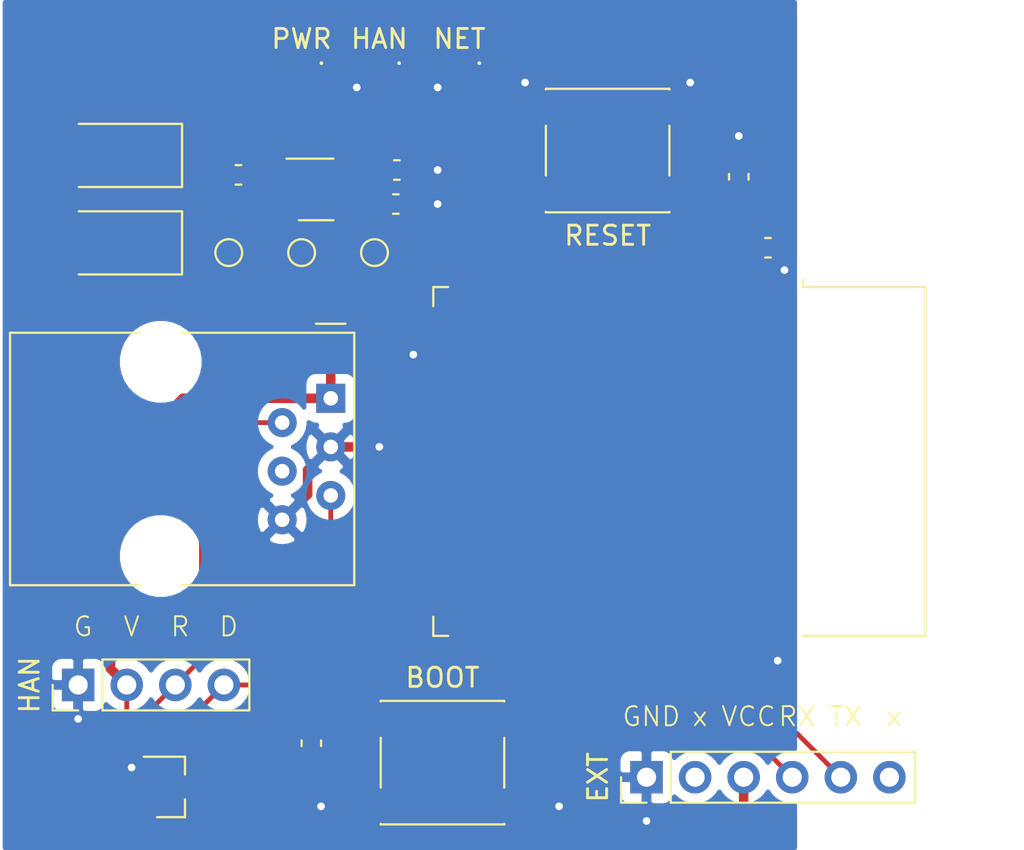
<source format=kicad_pcb>
(kicad_pcb (version 20171130) (host pcbnew 5.1.10-88a1d61d58~90~ubuntu20.04.1)

  (general
    (thickness 1.6)
    (drawings 10)
    (tracks 169)
    (zones 0)
    (modules 31)
    (nets 51)
  )

  (page A4)
  (layers
    (0 F.Cu signal)
    (31 B.Cu signal)
    (32 B.Adhes user)
    (33 F.Adhes user)
    (34 B.Paste user)
    (35 F.Paste user)
    (36 B.SilkS user)
    (37 F.SilkS user)
    (38 B.Mask user)
    (39 F.Mask user)
    (40 Dwgs.User user)
    (41 Cmts.User user)
    (42 Eco1.User user)
    (43 Eco2.User user)
    (44 Edge.Cuts user)
    (45 Margin user)
    (46 B.CrtYd user)
    (47 F.CrtYd user)
    (48 B.Fab user)
    (49 F.Fab user)
  )

  (setup
    (last_trace_width 0.5)
    (user_trace_width 0.25)
    (user_trace_width 0.5)
    (trace_clearance 0.2)
    (zone_clearance 0.508)
    (zone_45_only no)
    (trace_min 0.2)
    (via_size 0.8)
    (via_drill 0.4)
    (via_min_size 0.4)
    (via_min_drill 0.3)
    (uvia_size 0.3)
    (uvia_drill 0.1)
    (uvias_allowed no)
    (uvia_min_size 0.2)
    (uvia_min_drill 0.1)
    (edge_width 0.1)
    (segment_width 0.2)
    (pcb_text_width 0.3)
    (pcb_text_size 1.5 1.5)
    (mod_edge_width 0.15)
    (mod_text_size 1 1)
    (mod_text_width 0.15)
    (pad_size 1.524 1.524)
    (pad_drill 0.762)
    (pad_to_mask_clearance 0)
    (aux_axis_origin 0 0)
    (visible_elements FFFFFF7F)
    (pcbplotparams
      (layerselection 0x010fc_ffffffff)
      (usegerberextensions false)
      (usegerberattributes true)
      (usegerberadvancedattributes true)
      (creategerberjobfile true)
      (excludeedgelayer true)
      (linewidth 0.100000)
      (plotframeref false)
      (viasonmask false)
      (mode 1)
      (useauxorigin false)
      (hpglpennumber 1)
      (hpglpenspeed 20)
      (hpglpendiameter 15.000000)
      (psnegative false)
      (psa4output false)
      (plotreference true)
      (plotvalue true)
      (plotinvisibletext false)
      (padsonsilk false)
      (subtractmaskfromsilk false)
      (outputformat 1)
      (mirror false)
      (drillshape 1)
      (scaleselection 1)
      (outputdirectory ""))
  )

  (net 0 "")
  (net 1 GND)
  (net 2 /VCC)
  (net 3 +3V3)
  (net 4 /EN)
  (net 5 /BOOT)
  (net 6 /EXT_5V)
  (net 7 /HAN_VCC)
  (net 8 "Net-(D3-Pad1)")
  (net 9 "Net-(D4-Pad1)")
  (net 10 /HAN_DATA_REQ)
  (net 11 "Net-(J1-Pad4)")
  (net 12 /HAN_DATA)
  (net 13 "Net-(J3-Pad6)")
  (net 14 /EXT_FROM_ESP)
  (net 15 /EXT_TO_ESP)
  (net 16 "Net-(J3-Pad2)")
  (net 17 /RX)
  (net 18 "Net-(R1-Pad1)")
  (net 19 "Net-(U1-Pad4)")
  (net 20 "Net-(U2-Pad37)")
  (net 21 "Net-(U2-Pad36)")
  (net 22 "Net-(U2-Pad33)")
  (net 23 "Net-(U2-Pad32)")
  (net 24 "Net-(U2-Pad31)")
  (net 25 "Net-(U2-Pad30)")
  (net 26 "Net-(U2-Pad29)")
  (net 27 "Net-(U2-Pad28)")
  (net 28 "Net-(U2-Pad27)")
  (net 29 "Net-(U2-Pad26)")
  (net 30 "Net-(U2-Pad24)")
  (net 31 "Net-(U2-Pad22)")
  (net 32 "Net-(U2-Pad21)")
  (net 33 "Net-(U2-Pad20)")
  (net 34 "Net-(U2-Pad19)")
  (net 35 "Net-(U2-Pad18)")
  (net 36 "Net-(U2-Pad17)")
  (net 37 "Net-(U2-Pad16)")
  (net 38 "Net-(U2-Pad14)")
  (net 39 "Net-(U2-Pad12)")
  (net 40 "Net-(U2-Pad11)")
  (net 41 "Net-(U2-Pad10)")
  (net 42 "Net-(U2-Pad9)")
  (net 43 "Net-(U2-Pad8)")
  (net 44 "Net-(U2-Pad7)")
  (net 45 "Net-(U2-Pad6)")
  (net 46 "Net-(U2-Pad5)")
  (net 47 "Net-(U2-Pad4)")
  (net 48 /NETWORK_LED)
  (net 49 /METER_LED)
  (net 50 "Net-(D5-Pad1)")

  (net_class Default "This is the default net class."
    (clearance 0.2)
    (trace_width 0.25)
    (via_dia 0.8)
    (via_drill 0.4)
    (uvia_dia 0.3)
    (uvia_drill 0.1)
    (add_net +3V3)
    (add_net /BOOT)
    (add_net /EN)
    (add_net /EXT_5V)
    (add_net /EXT_FROM_ESP)
    (add_net /EXT_TO_ESP)
    (add_net /HAN_DATA)
    (add_net /HAN_DATA_REQ)
    (add_net /HAN_VCC)
    (add_net /METER_LED)
    (add_net /NETWORK_LED)
    (add_net /RX)
    (add_net /VCC)
    (add_net GND)
    (add_net "Net-(D3-Pad1)")
    (add_net "Net-(D4-Pad1)")
    (add_net "Net-(D5-Pad1)")
    (add_net "Net-(J1-Pad4)")
    (add_net "Net-(J3-Pad2)")
    (add_net "Net-(J3-Pad6)")
    (add_net "Net-(R1-Pad1)")
    (add_net "Net-(U1-Pad4)")
    (add_net "Net-(U2-Pad10)")
    (add_net "Net-(U2-Pad11)")
    (add_net "Net-(U2-Pad12)")
    (add_net "Net-(U2-Pad14)")
    (add_net "Net-(U2-Pad16)")
    (add_net "Net-(U2-Pad17)")
    (add_net "Net-(U2-Pad18)")
    (add_net "Net-(U2-Pad19)")
    (add_net "Net-(U2-Pad20)")
    (add_net "Net-(U2-Pad21)")
    (add_net "Net-(U2-Pad22)")
    (add_net "Net-(U2-Pad24)")
    (add_net "Net-(U2-Pad26)")
    (add_net "Net-(U2-Pad27)")
    (add_net "Net-(U2-Pad28)")
    (add_net "Net-(U2-Pad29)")
    (add_net "Net-(U2-Pad30)")
    (add_net "Net-(U2-Pad31)")
    (add_net "Net-(U2-Pad32)")
    (add_net "Net-(U2-Pad33)")
    (add_net "Net-(U2-Pad36)")
    (add_net "Net-(U2-Pad37)")
    (add_net "Net-(U2-Pad4)")
    (add_net "Net-(U2-Pad5)")
    (add_net "Net-(U2-Pad6)")
    (add_net "Net-(U2-Pad7)")
    (add_net "Net-(U2-Pad8)")
    (add_net "Net-(U2-Pad9)")
  )

  (module RF_Module:ESP32-WROOM-32 (layer F.Cu) (tedit 5B5B4654) (tstamp 6143B36F)
    (at 655.32 273.05 270)
    (descr "Single 2.4 GHz Wi-Fi and Bluetooth combo chip https://www.espressif.com/sites/default/files/documentation/esp32-wroom-32_datasheet_en.pdf")
    (tags "Single 2.4 GHz Wi-Fi and Bluetooth combo  chip")
    (path /612A9AEF)
    (attr smd)
    (fp_text reference U2 (at -10.795 0.635) (layer F.SilkS) hide
      (effects (font (size 1 1) (thickness 0.15)))
    )
    (fp_text value ESP32-WROOM-32 (at 0 11.5 90) (layer F.Fab) hide
      (effects (font (size 1 1) (thickness 0.15)))
    )
    (fp_line (start -9.12 -9.445) (end -9.5 -9.445) (layer F.SilkS) (width 0.12))
    (fp_line (start -9.12 -15.865) (end -9.12 -9.445) (layer F.SilkS) (width 0.12))
    (fp_line (start 9.12 -15.865) (end 9.12 -9.445) (layer F.SilkS) (width 0.12))
    (fp_line (start -9.12 -15.865) (end 9.12 -15.865) (layer F.SilkS) (width 0.12))
    (fp_line (start 9.12 9.88) (end 8.12 9.88) (layer F.SilkS) (width 0.12))
    (fp_line (start 9.12 9.1) (end 9.12 9.88) (layer F.SilkS) (width 0.12))
    (fp_line (start -9.12 9.88) (end -8.12 9.88) (layer F.SilkS) (width 0.12))
    (fp_line (start -9.12 9.1) (end -9.12 9.88) (layer F.SilkS) (width 0.12))
    (fp_line (start 8.4 -20.6) (end 8.2 -20.4) (layer Cmts.User) (width 0.1))
    (fp_line (start 8.4 -16) (end 8.4 -20.6) (layer Cmts.User) (width 0.1))
    (fp_line (start 8.4 -20.6) (end 8.6 -20.4) (layer Cmts.User) (width 0.1))
    (fp_line (start 8.4 -16) (end 8.6 -16.2) (layer Cmts.User) (width 0.1))
    (fp_line (start 8.4 -16) (end 8.2 -16.2) (layer Cmts.User) (width 0.1))
    (fp_line (start -9.2 -13.875) (end -9.4 -14.075) (layer Cmts.User) (width 0.1))
    (fp_line (start -13.8 -13.875) (end -9.2 -13.875) (layer Cmts.User) (width 0.1))
    (fp_line (start -9.2 -13.875) (end -9.4 -13.675) (layer Cmts.User) (width 0.1))
    (fp_line (start -13.8 -13.875) (end -13.6 -13.675) (layer Cmts.User) (width 0.1))
    (fp_line (start -13.8 -13.875) (end -13.6 -14.075) (layer Cmts.User) (width 0.1))
    (fp_line (start 9.2 -13.875) (end 9.4 -13.675) (layer Cmts.User) (width 0.1))
    (fp_line (start 9.2 -13.875) (end 9.4 -14.075) (layer Cmts.User) (width 0.1))
    (fp_line (start 13.8 -13.875) (end 13.6 -13.675) (layer Cmts.User) (width 0.1))
    (fp_line (start 13.8 -13.875) (end 13.6 -14.075) (layer Cmts.User) (width 0.1))
    (fp_line (start 9.2 -13.875) (end 13.8 -13.875) (layer Cmts.User) (width 0.1))
    (fp_line (start 14 -11.585) (end 12 -9.97) (layer Dwgs.User) (width 0.1))
    (fp_line (start 14 -13.2) (end 10 -9.97) (layer Dwgs.User) (width 0.1))
    (fp_line (start 14 -14.815) (end 8 -9.97) (layer Dwgs.User) (width 0.1))
    (fp_line (start 14 -16.43) (end 6 -9.97) (layer Dwgs.User) (width 0.1))
    (fp_line (start 14 -18.045) (end 4 -9.97) (layer Dwgs.User) (width 0.1))
    (fp_line (start 14 -19.66) (end 2 -9.97) (layer Dwgs.User) (width 0.1))
    (fp_line (start 13.475 -20.75) (end 0 -9.97) (layer Dwgs.User) (width 0.1))
    (fp_line (start 11.475 -20.75) (end -2 -9.97) (layer Dwgs.User) (width 0.1))
    (fp_line (start 9.475 -20.75) (end -4 -9.97) (layer Dwgs.User) (width 0.1))
    (fp_line (start 7.475 -20.75) (end -6 -9.97) (layer Dwgs.User) (width 0.1))
    (fp_line (start -8 -9.97) (end 5.475 -20.75) (layer Dwgs.User) (width 0.1))
    (fp_line (start 3.475 -20.75) (end -10 -9.97) (layer Dwgs.User) (width 0.1))
    (fp_line (start 1.475 -20.75) (end -12 -9.97) (layer Dwgs.User) (width 0.1))
    (fp_line (start -0.525 -20.75) (end -14 -9.97) (layer Dwgs.User) (width 0.1))
    (fp_line (start -2.525 -20.75) (end -14 -11.585) (layer Dwgs.User) (width 0.1))
    (fp_line (start -4.525 -20.75) (end -14 -13.2) (layer Dwgs.User) (width 0.1))
    (fp_line (start -6.525 -20.75) (end -14 -14.815) (layer Dwgs.User) (width 0.1))
    (fp_line (start -8.525 -20.75) (end -14 -16.43) (layer Dwgs.User) (width 0.1))
    (fp_line (start -10.525 -20.75) (end -14 -18.045) (layer Dwgs.User) (width 0.1))
    (fp_line (start -12.525 -20.75) (end -14 -19.66) (layer Dwgs.User) (width 0.1))
    (fp_line (start 9.75 -9.72) (end 14.25 -9.72) (layer F.CrtYd) (width 0.05))
    (fp_line (start -14.25 -9.72) (end -9.75 -9.72) (layer F.CrtYd) (width 0.05))
    (fp_line (start 14.25 -21) (end 14.25 -9.72) (layer F.CrtYd) (width 0.05))
    (fp_line (start -14.25 -21) (end -14.25 -9.72) (layer F.CrtYd) (width 0.05))
    (fp_line (start 14 -20.75) (end -14 -20.75) (layer Dwgs.User) (width 0.1))
    (fp_line (start 14 -9.97) (end 14 -20.75) (layer Dwgs.User) (width 0.1))
    (fp_line (start 14 -9.97) (end -14 -9.97) (layer Dwgs.User) (width 0.1))
    (fp_line (start -9 -9.02) (end -8.5 -9.52) (layer F.Fab) (width 0.1))
    (fp_line (start -8.5 -9.52) (end -9 -10.02) (layer F.Fab) (width 0.1))
    (fp_line (start -9 -9.02) (end -9 9.76) (layer F.Fab) (width 0.1))
    (fp_line (start -14.25 -21) (end 14.25 -21) (layer F.CrtYd) (width 0.05))
    (fp_line (start 9.75 -9.72) (end 9.75 10.5) (layer F.CrtYd) (width 0.05))
    (fp_line (start -9.75 10.5) (end 9.75 10.5) (layer F.CrtYd) (width 0.05))
    (fp_line (start -9.75 10.5) (end -9.75 -9.72) (layer F.CrtYd) (width 0.05))
    (fp_line (start -9 -15.745) (end 9 -15.745) (layer F.Fab) (width 0.1))
    (fp_line (start -9 -15.745) (end -9 -10.02) (layer F.Fab) (width 0.1))
    (fp_line (start -9 9.76) (end 9 9.76) (layer F.Fab) (width 0.1))
    (fp_line (start 9 9.76) (end 9 -15.745) (layer F.Fab) (width 0.1))
    (fp_line (start -14 -9.97) (end -14 -20.75) (layer Dwgs.User) (width 0.1))
    (fp_text user "5 mm" (at 7.8 -19.075) (layer Cmts.User)
      (effects (font (size 0.5 0.5) (thickness 0.1)))
    )
    (fp_text user "5 mm" (at -11.2 -14.375 90) (layer Cmts.User)
      (effects (font (size 0.5 0.5) (thickness 0.1)))
    )
    (fp_text user "5 mm" (at 11.8 -14.375 90) (layer Cmts.User)
      (effects (font (size 0.5 0.5) (thickness 0.1)))
    )
    (fp_text user Antenna (at 0 -13 90) (layer Cmts.User)
      (effects (font (size 1 1) (thickness 0.15)))
    )
    (fp_text user "KEEP-OUT ZONE" (at 0 -19 90) (layer Cmts.User)
      (effects (font (size 1 1) (thickness 0.15)))
    )
    (fp_text user %R (at 0 0 90) (layer F.Fab)
      (effects (font (size 1 1) (thickness 0.15)))
    )
    (pad 38 smd rect (at 8.5 -8.255 270) (size 2 0.9) (layers F.Cu F.Paste F.Mask)
      (net 1 GND))
    (pad 37 smd rect (at 8.5 -6.985 270) (size 2 0.9) (layers F.Cu F.Paste F.Mask)
      (net 20 "Net-(U2-Pad37)"))
    (pad 36 smd rect (at 8.5 -5.715 270) (size 2 0.9) (layers F.Cu F.Paste F.Mask)
      (net 21 "Net-(U2-Pad36)"))
    (pad 35 smd rect (at 8.5 -4.445 270) (size 2 0.9) (layers F.Cu F.Paste F.Mask)
      (net 14 /EXT_FROM_ESP))
    (pad 34 smd rect (at 8.5 -3.175 270) (size 2 0.9) (layers F.Cu F.Paste F.Mask)
      (net 15 /EXT_TO_ESP))
    (pad 33 smd rect (at 8.5 -1.905 270) (size 2 0.9) (layers F.Cu F.Paste F.Mask)
      (net 22 "Net-(U2-Pad33)"))
    (pad 32 smd rect (at 8.5 -0.635 270) (size 2 0.9) (layers F.Cu F.Paste F.Mask)
      (net 23 "Net-(U2-Pad32)"))
    (pad 31 smd rect (at 8.5 0.635 270) (size 2 0.9) (layers F.Cu F.Paste F.Mask)
      (net 24 "Net-(U2-Pad31)"))
    (pad 30 smd rect (at 8.5 1.905 270) (size 2 0.9) (layers F.Cu F.Paste F.Mask)
      (net 25 "Net-(U2-Pad30)"))
    (pad 29 smd rect (at 8.5 3.175 270) (size 2 0.9) (layers F.Cu F.Paste F.Mask)
      (net 26 "Net-(U2-Pad29)"))
    (pad 28 smd rect (at 8.5 4.445 270) (size 2 0.9) (layers F.Cu F.Paste F.Mask)
      (net 27 "Net-(U2-Pad28)"))
    (pad 27 smd rect (at 8.5 5.715 270) (size 2 0.9) (layers F.Cu F.Paste F.Mask)
      (net 28 "Net-(U2-Pad27)"))
    (pad 26 smd rect (at 8.5 6.985 270) (size 2 0.9) (layers F.Cu F.Paste F.Mask)
      (net 29 "Net-(U2-Pad26)"))
    (pad 25 smd rect (at 8.5 8.255 270) (size 2 0.9) (layers F.Cu F.Paste F.Mask)
      (net 5 /BOOT))
    (pad 24 smd rect (at 5.715 9.255) (size 2 0.9) (layers F.Cu F.Paste F.Mask)
      (net 30 "Net-(U2-Pad24)"))
    (pad 23 smd rect (at 4.445 9.255) (size 2 0.9) (layers F.Cu F.Paste F.Mask)
      (net 49 /METER_LED))
    (pad 22 smd rect (at 3.175 9.255) (size 2 0.9) (layers F.Cu F.Paste F.Mask)
      (net 31 "Net-(U2-Pad22)"))
    (pad 21 smd rect (at 1.905 9.255) (size 2 0.9) (layers F.Cu F.Paste F.Mask)
      (net 32 "Net-(U2-Pad21)"))
    (pad 20 smd rect (at 0.635 9.255) (size 2 0.9) (layers F.Cu F.Paste F.Mask)
      (net 33 "Net-(U2-Pad20)"))
    (pad 19 smd rect (at -0.635 9.255) (size 2 0.9) (layers F.Cu F.Paste F.Mask)
      (net 34 "Net-(U2-Pad19)"))
    (pad 18 smd rect (at -1.905 9.255) (size 2 0.9) (layers F.Cu F.Paste F.Mask)
      (net 35 "Net-(U2-Pad18)"))
    (pad 17 smd rect (at -3.175 9.255) (size 2 0.9) (layers F.Cu F.Paste F.Mask)
      (net 36 "Net-(U2-Pad17)"))
    (pad 16 smd rect (at -4.445 9.255) (size 2 0.9) (layers F.Cu F.Paste F.Mask)
      (net 37 "Net-(U2-Pad16)"))
    (pad 15 smd rect (at -5.715 9.255) (size 2 0.9) (layers F.Cu F.Paste F.Mask)
      (net 1 GND))
    (pad 14 smd rect (at -8.5 8.255 270) (size 2 0.9) (layers F.Cu F.Paste F.Mask)
      (net 38 "Net-(U2-Pad14)"))
    (pad 13 smd rect (at -8.5 6.985 270) (size 2 0.9) (layers F.Cu F.Paste F.Mask)
      (net 48 /NETWORK_LED))
    (pad 12 smd rect (at -8.5 5.715 270) (size 2 0.9) (layers F.Cu F.Paste F.Mask)
      (net 39 "Net-(U2-Pad12)"))
    (pad 11 smd rect (at -8.5 4.445 270) (size 2 0.9) (layers F.Cu F.Paste F.Mask)
      (net 40 "Net-(U2-Pad11)"))
    (pad 10 smd rect (at -8.5 3.175 270) (size 2 0.9) (layers F.Cu F.Paste F.Mask)
      (net 41 "Net-(U2-Pad10)"))
    (pad 9 smd rect (at -8.5 1.905 270) (size 2 0.9) (layers F.Cu F.Paste F.Mask)
      (net 42 "Net-(U2-Pad9)"))
    (pad 8 smd rect (at -8.5 0.635 270) (size 2 0.9) (layers F.Cu F.Paste F.Mask)
      (net 43 "Net-(U2-Pad8)"))
    (pad 7 smd rect (at -8.5 -0.635 270) (size 2 0.9) (layers F.Cu F.Paste F.Mask)
      (net 44 "Net-(U2-Pad7)"))
    (pad 6 smd rect (at -8.5 -1.905 270) (size 2 0.9) (layers F.Cu F.Paste F.Mask)
      (net 45 "Net-(U2-Pad6)"))
    (pad 5 smd rect (at -8.5 -3.175 270) (size 2 0.9) (layers F.Cu F.Paste F.Mask)
      (net 46 "Net-(U2-Pad5)"))
    (pad 4 smd rect (at -8.5 -4.445 270) (size 2 0.9) (layers F.Cu F.Paste F.Mask)
      (net 47 "Net-(U2-Pad4)"))
    (pad 3 smd rect (at -8.5 -5.715 270) (size 2 0.9) (layers F.Cu F.Paste F.Mask)
      (net 4 /EN))
    (pad 2 smd rect (at -8.5 -6.985 270) (size 2 0.9) (layers F.Cu F.Paste F.Mask)
      (net 3 +3V3))
    (pad 1 smd rect (at -8.5 -8.255 270) (size 2 0.9) (layers F.Cu F.Paste F.Mask)
      (net 1 GND))
    (pad 39 smd rect (at -1 -0.755 270) (size 5 5) (layers F.Cu F.Paste F.Mask)
      (net 1 GND))
    (model ${KISYS3DMOD}/RF_Module.3dshapes/ESP32-WROOM-32.wrl
      (at (xyz 0 0 0))
      (scale (xyz 1 1 1))
      (rotate (xyz 0 0 0))
    )
  )

  (module Resistor_SMD:R_0201_0603Metric_Pad0.64x0.40mm_HandSolder (layer F.Cu) (tedit 5F6BB9E0) (tstamp 612991BC)
    (at 642.62 253.492)
    (descr "Resistor SMD 0201 (0603 Metric), square (rectangular) end terminal, IPC_7351 nominal with elongated pad for handsoldering. (Body size source: https://www.vishay.com/docs/20052/crcw0201e3.pdf), generated with kicad-footprint-generator")
    (tags "resistor handsolder")
    (path /6138A5D3)
    (attr smd)
    (fp_text reference R9 (at 0 1.27) (layer F.SilkS) hide
      (effects (font (size 1 1) (thickness 0.15)))
    )
    (fp_text value 2K (at 0 1.05) (layer F.Fab) hide
      (effects (font (size 1 1) (thickness 0.15)))
    )
    (fp_line (start -0.3 0.15) (end -0.3 -0.15) (layer F.Fab) (width 0.1))
    (fp_line (start -0.3 -0.15) (end 0.3 -0.15) (layer F.Fab) (width 0.1))
    (fp_line (start 0.3 -0.15) (end 0.3 0.15) (layer F.Fab) (width 0.1))
    (fp_line (start 0.3 0.15) (end -0.3 0.15) (layer F.Fab) (width 0.1))
    (fp_line (start -0.88 0.35) (end -0.88 -0.35) (layer F.CrtYd) (width 0.05))
    (fp_line (start -0.88 -0.35) (end 0.88 -0.35) (layer F.CrtYd) (width 0.05))
    (fp_line (start 0.88 -0.35) (end 0.88 0.35) (layer F.CrtYd) (width 0.05))
    (fp_line (start 0.88 0.35) (end -0.88 0.35) (layer F.CrtYd) (width 0.05))
    (fp_text user %R (at 0 -0.68) (layer F.Fab) hide
      (effects (font (size 0.25 0.25) (thickness 0.04)))
    )
    (pad 2 smd roundrect (at 0.4075 0) (size 0.635 0.4) (layers F.Cu F.Mask) (roundrect_rratio 0.25)
      (net 50 "Net-(D5-Pad1)"))
    (pad 1 smd roundrect (at -0.4075 0) (size 0.635 0.4) (layers F.Cu F.Mask) (roundrect_rratio 0.25)
      (net 1 GND))
    (pad "" smd roundrect (at 0.4325 0) (size 0.458 0.36) (layers F.Paste) (roundrect_rratio 0.25))
    (pad "" smd roundrect (at -0.4325 0) (size 0.458 0.36) (layers F.Paste) (roundrect_rratio 0.25))
    (model ${KISYS3DMOD}/Resistor_SMD.3dshapes/R_0201_0603Metric.wrl
      (at (xyz 0 0 0))
      (scale (xyz 1 1 1))
      (rotate (xyz 0 0 0))
    )
  )

  (module LED_SMD:LED_0201_0603Metric_Pad0.64x0.40mm_HandSolder (layer F.Cu) (tedit 5F6BBF83) (tstamp 61298FE1)
    (at 642.62 252.222 180)
    (descr "LED SMD 0201 (0603 Metric), square (rectangular) end terminal, IPC_7351 nominal, (Body size source: https://www.vishay.com/docs/20052/crcw0201e3.pdf), generated with kicad-footprint-generator")
    (tags "LED handsolder")
    (path /6138A5CD)
    (attr smd)
    (fp_text reference HAN (at 0 1.27) (layer F.SilkS)
      (effects (font (size 1 1) (thickness 0.15)))
    )
    (fp_text value LED (at 0 1.05) (layer F.Fab) hide
      (effects (font (size 1 1) (thickness 0.15)))
    )
    (fp_circle (center -1.035 0) (end -0.985 0) (layer F.SilkS) (width 0.1))
    (fp_line (start -0.3 0.15) (end -0.3 -0.15) (layer F.Fab) (width 0.1))
    (fp_line (start -0.3 -0.15) (end 0.3 -0.15) (layer F.Fab) (width 0.1))
    (fp_line (start 0.3 -0.15) (end 0.3 0.15) (layer F.Fab) (width 0.1))
    (fp_line (start 0.3 0.15) (end -0.3 0.15) (layer F.Fab) (width 0.1))
    (fp_line (start -0.2 0.15) (end -0.2 -0.15) (layer F.Fab) (width 0.1))
    (fp_line (start -0.1 0.15) (end -0.1 -0.15) (layer F.Fab) (width 0.1))
    (fp_line (start -0.88 0.35) (end -0.88 -0.35) (layer F.CrtYd) (width 0.05))
    (fp_line (start -0.88 -0.35) (end 0.88 -0.35) (layer F.CrtYd) (width 0.05))
    (fp_line (start 0.88 -0.35) (end 0.88 0.35) (layer F.CrtYd) (width 0.05))
    (fp_line (start 0.88 0.35) (end -0.88 0.35) (layer F.CrtYd) (width 0.05))
    (fp_text user %R (at 0 -0.68) (layer F.Fab) hide
      (effects (font (size 0.25 0.25) (thickness 0.04)))
    )
    (pad 2 smd roundrect (at 0.4075 0 180) (size 0.635 0.4) (layers F.Cu F.Mask) (roundrect_rratio 0.25)
      (net 49 /METER_LED))
    (pad 1 smd roundrect (at -0.4075 0 180) (size 0.635 0.4) (layers F.Cu F.Mask) (roundrect_rratio 0.25)
      (net 50 "Net-(D5-Pad1)"))
    (pad "" smd roundrect (at 0.4325 0 180) (size 0.458 0.36) (layers F.Paste) (roundrect_rratio 0.25))
    (pad "" smd roundrect (at -0.4325 0 180) (size 0.458 0.36) (layers F.Paste) (roundrect_rratio 0.25))
    (model ${KISYS3DMOD}/LED_SMD.3dshapes/LED_0201_0603Metric.wrl
      (at (xyz 0 0 0))
      (scale (xyz 1 1 1))
      (rotate (xyz 0 0 0))
    )
  )

  (module Package_TO_SOT_SMD:SOT-23-5 (layer F.Cu) (tedit 5A02FF57) (tstamp 612CB87F)
    (at 639.318 258.826)
    (descr "5-pin SOT23 package")
    (tags SOT-23-5)
    (path /60F5F642)
    (attr smd)
    (fp_text reference U1 (at 0 -2.9) (layer F.SilkS) hide
      (effects (font (size 1 1) (thickness 0.15)))
    )
    (fp_text value AP2112K-3.3 (at 0 2.9) (layer F.Fab) hide
      (effects (font (size 1 1) (thickness 0.15)))
    )
    (fp_line (start 0.9 -1.55) (end 0.9 1.55) (layer F.Fab) (width 0.1))
    (fp_line (start 0.9 1.55) (end -0.9 1.55) (layer F.Fab) (width 0.1))
    (fp_line (start -0.9 -0.9) (end -0.9 1.55) (layer F.Fab) (width 0.1))
    (fp_line (start 0.9 -1.55) (end -0.25 -1.55) (layer F.Fab) (width 0.1))
    (fp_line (start -0.9 -0.9) (end -0.25 -1.55) (layer F.Fab) (width 0.1))
    (fp_line (start -1.9 1.8) (end -1.9 -1.8) (layer F.CrtYd) (width 0.05))
    (fp_line (start 1.9 1.8) (end -1.9 1.8) (layer F.CrtYd) (width 0.05))
    (fp_line (start 1.9 -1.8) (end 1.9 1.8) (layer F.CrtYd) (width 0.05))
    (fp_line (start -1.9 -1.8) (end 1.9 -1.8) (layer F.CrtYd) (width 0.05))
    (fp_line (start 0.9 -1.61) (end -1.55 -1.61) (layer F.SilkS) (width 0.12))
    (fp_line (start -0.9 1.61) (end 0.9 1.61) (layer F.SilkS) (width 0.12))
    (fp_text user %R (at 0 0 90) (layer F.Fab)
      (effects (font (size 0.5 0.5) (thickness 0.075)))
    )
    (pad 5 smd rect (at 1.1 -0.95) (size 1.06 0.65) (layers F.Cu F.Paste F.Mask)
      (net 3 +3V3))
    (pad 4 smd rect (at 1.1 0.95) (size 1.06 0.65) (layers F.Cu F.Paste F.Mask)
      (net 19 "Net-(U1-Pad4)"))
    (pad 3 smd rect (at -1.1 0.95) (size 1.06 0.65) (layers F.Cu F.Paste F.Mask)
      (net 18 "Net-(R1-Pad1)"))
    (pad 2 smd rect (at -1.1 0) (size 1.06 0.65) (layers F.Cu F.Paste F.Mask)
      (net 1 GND))
    (pad 1 smd rect (at -1.1 -0.95) (size 1.06 0.65) (layers F.Cu F.Paste F.Mask)
      (net 2 /VCC))
    (model ${KISYS3DMOD}/Package_TO_SOT_SMD.3dshapes/SOT-23-5.wrl
      (at (xyz 0 0 0))
      (scale (xyz 1 1 1))
      (rotate (xyz 0 0 0))
    )
  )

  (module TestPoint:TestPoint_Pad_D1.0mm (layer F.Cu) (tedit 5A0F774F) (tstamp 6143CC74)
    (at 642.366 262.128)
    (descr "SMD pad as test Point, diameter 1.0mm")
    (tags "test point SMD pad")
    (path /6180E488)
    (attr virtual)
    (fp_text reference TP3 (at 0 1.905) (layer F.SilkS) hide
      (effects (font (size 1 1) (thickness 0.15)))
    )
    (fp_text value TestPoint (at 0 1.55) (layer F.Fab) hide
      (effects (font (size 1 1) (thickness 0.15)))
    )
    (fp_circle (center 0 0) (end 0 0.7) (layer F.SilkS) (width 0.12))
    (fp_circle (center 0 0) (end 1 0) (layer F.CrtYd) (width 0.05))
    (fp_text user %R (at 0 -1.45) (layer F.Fab) hide
      (effects (font (size 1 1) (thickness 0.15)))
    )
    (pad 1 smd circle (at 0 0) (size 1 1) (layers F.Cu F.Mask)
      (net 3 +3V3))
  )

  (module TestPoint:TestPoint_Pad_D1.0mm (layer F.Cu) (tedit 5A0F774F) (tstamp 612CB664)
    (at 638.556 262.128)
    (descr "SMD pad as test Point, diameter 1.0mm")
    (tags "test point SMD pad")
    (path /61508ECB)
    (attr virtual)
    (fp_text reference TP2 (at 0 1.905) (layer F.SilkS) hide
      (effects (font (size 1 1) (thickness 0.15)))
    )
    (fp_text value TestPoint (at 0 1.55) (layer F.Fab) hide
      (effects (font (size 1 1) (thickness 0.15)))
    )
    (fp_circle (center 0 0) (end 0 0.7) (layer F.SilkS) (width 0.12))
    (fp_circle (center 0 0) (end 1 0) (layer F.CrtYd) (width 0.05))
    (fp_text user %R (at 0 -1.45) (layer F.Fab) hide
      (effects (font (size 1 1) (thickness 0.15)))
    )
    (pad 1 smd circle (at 0 0) (size 1 1) (layers F.Cu F.Mask)
      (net 18 "Net-(R1-Pad1)"))
  )

  (module TestPoint:TestPoint_Pad_D1.0mm (layer F.Cu) (tedit 5A0F774F) (tstamp 612CB679)
    (at 634.746 262.128)
    (descr "SMD pad as test Point, diameter 1.0mm")
    (tags "test point SMD pad")
    (path /6151085C)
    (attr virtual)
    (fp_text reference TP1 (at 0 -1.905) (layer F.SilkS) hide
      (effects (font (size 1 1) (thickness 0.15)))
    )
    (fp_text value TestPoint (at 0 1.55) (layer F.Fab) hide
      (effects (font (size 1 1) (thickness 0.15)))
    )
    (fp_circle (center 0 0) (end 0 0.7) (layer F.SilkS) (width 0.12))
    (fp_circle (center 0 0) (end 1 0) (layer F.CrtYd) (width 0.05))
    (fp_text user %R (at 0 -1.45) (layer F.Fab) hide
      (effects (font (size 1 1) (thickness 0.15)))
    )
    (pad 1 smd circle (at 0 0) (size 1 1) (layers F.Cu F.Mask)
      (net 2 /VCC))
  )

  (module footprints:TE_Connectivity_FSM2JSMAA (layer F.Cu) (tedit 60DC2BFB) (tstamp 6126C126)
    (at 645.922 288.798 180)
    (descr "tactile push button, 6x6mm e.g. PTS645xx series, height=9.5mm")
    (tags "tact sw push 6mm smd")
    (path /6129FF60)
    (attr smd)
    (fp_text reference BOOT (at 0 4.445 180) (layer F.SilkS)
      (effects (font (size 1 1) (thickness 0.15)))
    )
    (fp_text value SW_Push (at 0 4.15 180) (layer F.Fab) hide
      (effects (font (size 1 1) (thickness 0.15)))
    )
    (fp_circle (center 0 0) (end 1.75 -0.05) (layer F.Fab) (width 0.1))
    (fp_line (start -3.23 3.23) (end 3.23 3.23) (layer F.SilkS) (width 0.12))
    (fp_line (start -3.23 -1.3) (end -3.23 1.3) (layer F.SilkS) (width 0.12))
    (fp_line (start -3.23 -3.23) (end 3.23 -3.23) (layer F.SilkS) (width 0.12))
    (fp_line (start 3.23 -1.3) (end 3.23 1.3) (layer F.SilkS) (width 0.12))
    (fp_line (start -3.23 -3.2) (end -3.23 -3.23) (layer F.SilkS) (width 0.12))
    (fp_line (start -3.23 3.23) (end -3.23 3.2) (layer F.SilkS) (width 0.12))
    (fp_line (start 3.23 3.23) (end 3.23 3.2) (layer F.SilkS) (width 0.12))
    (fp_line (start 3.23 -3.23) (end 3.23 -3.2) (layer F.SilkS) (width 0.12))
    (fp_line (start -5.588 -3.2512) (end 5.588 -3.2512) (layer F.CrtYd) (width 0.05))
    (fp_line (start -5.588 3.2488) (end 5.588 3.2488) (layer F.CrtYd) (width 0.05))
    (fp_line (start -5.588 -3.2512) (end -5.588 3.2488) (layer F.CrtYd) (width 0.05))
    (fp_line (start 5.588 3.2488) (end 5.588 -3.2512) (layer F.CrtYd) (width 0.05))
    (fp_line (start 3 -3) (end -3 -3) (layer F.Fab) (width 0.1))
    (fp_line (start 3 3) (end 3 -3) (layer F.Fab) (width 0.1))
    (fp_line (start -3 3) (end 3 3) (layer F.Fab) (width 0.1))
    (fp_line (start -3 -3) (end -3 3) (layer F.Fab) (width 0.1))
    (fp_text user %R (at 0 -4.05 180) (layer F.Fab) hide
      (effects (font (size 1 1) (thickness 0.15)))
    )
    (pad 2 smd rect (at -4.375 2.25 180) (size 2.35 1.3) (layers F.Cu F.Paste F.Mask)
      (net 5 /BOOT))
    (pad 1 smd rect (at -4.375 -2.25 180) (size 2.35 1.3) (layers F.Cu F.Paste F.Mask)
      (net 1 GND))
    (pad 1 smd rect (at 4.375 -2.25 180) (size 2.35 1.3) (layers F.Cu F.Paste F.Mask)
      (net 1 GND))
    (pad 2 smd rect (at 4.375 2.25 180) (size 2.35 1.3) (layers F.Cu F.Paste F.Mask)
      (net 5 /BOOT))
    (model ${KISYS3DMOD}/Button_Switch_SMD.3dshapes/SW_PUSH_6mm_H9.5mm.wrl
      (at (xyz 0 0 0))
      (scale (xyz 1 1 1))
      (rotate (xyz 0 0 0))
    )
  )

  (module footprints:TE_Connectivity_FSM2JSMAA (layer F.Cu) (tedit 60DC2BFB) (tstamp 613D1A2C)
    (at 654.558 256.794)
    (descr "tactile push button, 6x6mm e.g. PTS645xx series, height=9.5mm")
    (tags "tact sw push 6mm smd")
    (path /61109F2A)
    (attr smd)
    (fp_text reference RESET (at 0 4.445 180) (layer F.SilkS)
      (effects (font (size 1 1) (thickness 0.15)))
    )
    (fp_text value SW_Push (at 0 4.15 180) (layer F.Fab) hide
      (effects (font (size 1 1) (thickness 0.15)))
    )
    (fp_circle (center 0 0) (end 1.75 -0.05) (layer F.Fab) (width 0.1))
    (fp_line (start -3.23 3.23) (end 3.23 3.23) (layer F.SilkS) (width 0.12))
    (fp_line (start -3.23 -1.3) (end -3.23 1.3) (layer F.SilkS) (width 0.12))
    (fp_line (start -3.23 -3.23) (end 3.23 -3.23) (layer F.SilkS) (width 0.12))
    (fp_line (start 3.23 -1.3) (end 3.23 1.3) (layer F.SilkS) (width 0.12))
    (fp_line (start -3.23 -3.2) (end -3.23 -3.23) (layer F.SilkS) (width 0.12))
    (fp_line (start -3.23 3.23) (end -3.23 3.2) (layer F.SilkS) (width 0.12))
    (fp_line (start 3.23 3.23) (end 3.23 3.2) (layer F.SilkS) (width 0.12))
    (fp_line (start 3.23 -3.23) (end 3.23 -3.2) (layer F.SilkS) (width 0.12))
    (fp_line (start -5.588 -3.2512) (end 5.588 -3.2512) (layer F.CrtYd) (width 0.05))
    (fp_line (start -5.588 3.2488) (end 5.588 3.2488) (layer F.CrtYd) (width 0.05))
    (fp_line (start -5.588 -3.2512) (end -5.588 3.2488) (layer F.CrtYd) (width 0.05))
    (fp_line (start 5.588 3.2488) (end 5.588 -3.2512) (layer F.CrtYd) (width 0.05))
    (fp_line (start 3 -3) (end -3 -3) (layer F.Fab) (width 0.1))
    (fp_line (start 3 3) (end 3 -3) (layer F.Fab) (width 0.1))
    (fp_line (start -3 3) (end 3 3) (layer F.Fab) (width 0.1))
    (fp_line (start -3 -3) (end -3 3) (layer F.Fab) (width 0.1))
    (fp_text user %R (at 0 -4.05 180) (layer F.Fab) hide
      (effects (font (size 1 1) (thickness 0.15)))
    )
    (pad 2 smd rect (at -4.375 2.25) (size 2.35 1.3) (layers F.Cu F.Paste F.Mask)
      (net 4 /EN))
    (pad 1 smd rect (at -4.375 -2.25) (size 2.35 1.3) (layers F.Cu F.Paste F.Mask)
      (net 1 GND))
    (pad 1 smd rect (at 4.375 -2.25) (size 2.35 1.3) (layers F.Cu F.Paste F.Mask)
      (net 1 GND))
    (pad 2 smd rect (at 4.375 2.25) (size 2.35 1.3) (layers F.Cu F.Paste F.Mask)
      (net 4 /EN))
    (model ${KISYS3DMOD}/Button_Switch_SMD.3dshapes/SW_PUSH_6mm_H9.5mm.wrl
      (at (xyz 0 0 0))
      (scale (xyz 1 1 1))
      (rotate (xyz 0 0 0))
    )
  )

  (module Resistor_SMD:R_0201_0603Metric_Pad0.64x0.40mm_HandSolder (layer F.Cu) (tedit 5F6BB9E0) (tstamp 61439E39)
    (at 637.54 287.02 90)
    (descr "Resistor SMD 0201 (0603 Metric), square (rectangular) end terminal, IPC_7351 nominal with elongated pad for handsoldering. (Body size source: https://www.vishay.com/docs/20052/crcw0201e3.pdf), generated with kicad-footprint-generator")
    (tags "resistor handsolder")
    (path /6129FF4A)
    (attr smd)
    (fp_text reference R8 (at 0 -1.05 90) (layer F.SilkS) hide
      (effects (font (size 1 1) (thickness 0.15)))
    )
    (fp_text value 10K (at 0 1.05 90) (layer F.Fab) hide
      (effects (font (size 1 1) (thickness 0.15)))
    )
    (fp_line (start 0.88 0.35) (end -0.88 0.35) (layer F.CrtYd) (width 0.05))
    (fp_line (start 0.88 -0.35) (end 0.88 0.35) (layer F.CrtYd) (width 0.05))
    (fp_line (start -0.88 -0.35) (end 0.88 -0.35) (layer F.CrtYd) (width 0.05))
    (fp_line (start -0.88 0.35) (end -0.88 -0.35) (layer F.CrtYd) (width 0.05))
    (fp_line (start 0.3 0.15) (end -0.3 0.15) (layer F.Fab) (width 0.1))
    (fp_line (start 0.3 -0.15) (end 0.3 0.15) (layer F.Fab) (width 0.1))
    (fp_line (start -0.3 -0.15) (end 0.3 -0.15) (layer F.Fab) (width 0.1))
    (fp_line (start -0.3 0.15) (end -0.3 -0.15) (layer F.Fab) (width 0.1))
    (fp_text user %R (at 0 -0.68 90) (layer F.Fab) hide
      (effects (font (size 0.25 0.25) (thickness 0.04)))
    )
    (pad 2 smd roundrect (at 0.4075 0 90) (size 0.635 0.4) (layers F.Cu F.Mask) (roundrect_rratio 0.25)
      (net 5 /BOOT))
    (pad 1 smd roundrect (at -0.4075 0 90) (size 0.635 0.4) (layers F.Cu F.Mask) (roundrect_rratio 0.25)
      (net 3 +3V3))
    (pad "" smd roundrect (at 0.4325 0 90) (size 0.458 0.36) (layers F.Paste) (roundrect_rratio 0.25))
    (pad "" smd roundrect (at -0.4325 0 90) (size 0.458 0.36) (layers F.Paste) (roundrect_rratio 0.25))
    (model ${KISYS3DMOD}/Resistor_SMD.3dshapes/R_0201_0603Metric.wrl
      (at (xyz 0 0 0))
      (scale (xyz 1 1 1))
      (rotate (xyz 0 0 0))
    )
  )

  (module Resistor_SMD:R_0201_0603Metric_Pad0.64x0.40mm_HandSolder (layer F.Cu) (tedit 5F6BB9E0) (tstamp 6143BA8D)
    (at 662.686 258.7255 90)
    (descr "Resistor SMD 0201 (0603 Metric), square (rectangular) end terminal, IPC_7351 nominal with elongated pad for handsoldering. (Body size source: https://www.vishay.com/docs/20052/crcw0201e3.pdf), generated with kicad-footprint-generator")
    (tags "resistor handsolder")
    (path /60F0CFBB)
    (attr smd)
    (fp_text reference R7 (at 0 -1.05 90) (layer F.SilkS) hide
      (effects (font (size 1 1) (thickness 0.15)))
    )
    (fp_text value 10K (at 0 1.05 90) (layer F.Fab) hide
      (effects (font (size 1 1) (thickness 0.15)))
    )
    (fp_line (start 0.88 0.35) (end -0.88 0.35) (layer F.CrtYd) (width 0.05))
    (fp_line (start 0.88 -0.35) (end 0.88 0.35) (layer F.CrtYd) (width 0.05))
    (fp_line (start -0.88 -0.35) (end 0.88 -0.35) (layer F.CrtYd) (width 0.05))
    (fp_line (start -0.88 0.35) (end -0.88 -0.35) (layer F.CrtYd) (width 0.05))
    (fp_line (start 0.3 0.15) (end -0.3 0.15) (layer F.Fab) (width 0.1))
    (fp_line (start 0.3 -0.15) (end 0.3 0.15) (layer F.Fab) (width 0.1))
    (fp_line (start -0.3 -0.15) (end 0.3 -0.15) (layer F.Fab) (width 0.1))
    (fp_line (start -0.3 0.15) (end -0.3 -0.15) (layer F.Fab) (width 0.1))
    (fp_text user %R (at 0 -0.68 90) (layer F.Fab) hide
      (effects (font (size 0.25 0.25) (thickness 0.04)))
    )
    (pad 2 smd roundrect (at 0.4075 0 90) (size 0.635 0.4) (layers F.Cu F.Mask) (roundrect_rratio 0.25)
      (net 4 /EN))
    (pad 1 smd roundrect (at -0.4075 0 90) (size 0.635 0.4) (layers F.Cu F.Mask) (roundrect_rratio 0.25)
      (net 3 +3V3))
    (pad "" smd roundrect (at 0.4325 0 90) (size 0.458 0.36) (layers F.Paste) (roundrect_rratio 0.25))
    (pad "" smd roundrect (at -0.4325 0 90) (size 0.458 0.36) (layers F.Paste) (roundrect_rratio 0.25))
    (model ${KISYS3DMOD}/Resistor_SMD.3dshapes/R_0201_0603Metric.wrl
      (at (xyz 0 0 0))
      (scale (xyz 1 1 1))
      (rotate (xyz 0 0 0))
    )
  )

  (module Resistor_SMD:R_0201_0603Metric_Pad0.64x0.40mm_HandSolder (layer F.Cu) (tedit 5F6BB9E0) (tstamp 612CA4DE)
    (at 646.811 253.492)
    (descr "Resistor SMD 0201 (0603 Metric), square (rectangular) end terminal, IPC_7351 nominal with elongated pad for handsoldering. (Body size source: https://www.vishay.com/docs/20052/crcw0201e3.pdf), generated with kicad-footprint-generator")
    (tags "resistor handsolder")
    (path /6174B42C)
    (attr smd)
    (fp_text reference R6 (at 0 1.27) (layer F.SilkS) hide
      (effects (font (size 1 1) (thickness 0.15)))
    )
    (fp_text value 2K (at 0 1.05) (layer F.Fab) hide
      (effects (font (size 1 1) (thickness 0.15)))
    )
    (fp_line (start 0.88 0.35) (end -0.88 0.35) (layer F.CrtYd) (width 0.05))
    (fp_line (start 0.88 -0.35) (end 0.88 0.35) (layer F.CrtYd) (width 0.05))
    (fp_line (start -0.88 -0.35) (end 0.88 -0.35) (layer F.CrtYd) (width 0.05))
    (fp_line (start -0.88 0.35) (end -0.88 -0.35) (layer F.CrtYd) (width 0.05))
    (fp_line (start 0.3 0.15) (end -0.3 0.15) (layer F.Fab) (width 0.1))
    (fp_line (start 0.3 -0.15) (end 0.3 0.15) (layer F.Fab) (width 0.1))
    (fp_line (start -0.3 -0.15) (end 0.3 -0.15) (layer F.Fab) (width 0.1))
    (fp_line (start -0.3 0.15) (end -0.3 -0.15) (layer F.Fab) (width 0.1))
    (fp_text user %R (at 0 -0.68) (layer F.Fab) hide
      (effects (font (size 0.25 0.25) (thickness 0.04)))
    )
    (pad 2 smd roundrect (at 0.4075 0) (size 0.635 0.4) (layers F.Cu F.Mask) (roundrect_rratio 0.25)
      (net 9 "Net-(D4-Pad1)"))
    (pad 1 smd roundrect (at -0.4075 0) (size 0.635 0.4) (layers F.Cu F.Mask) (roundrect_rratio 0.25)
      (net 1 GND))
    (pad "" smd roundrect (at 0.4325 0) (size 0.458 0.36) (layers F.Paste) (roundrect_rratio 0.25))
    (pad "" smd roundrect (at -0.4325 0) (size 0.458 0.36) (layers F.Paste) (roundrect_rratio 0.25))
    (model ${KISYS3DMOD}/Resistor_SMD.3dshapes/R_0201_0603Metric.wrl
      (at (xyz 0 0 0))
      (scale (xyz 1 1 1))
      (rotate (xyz 0 0 0))
    )
  )

  (module Resistor_SMD:R_0201_0603Metric_Pad0.64x0.40mm_HandSolder (layer F.Cu) (tedit 5F6BB9E0) (tstamp 6126C0BF)
    (at 638.556 253.492)
    (descr "Resistor SMD 0201 (0603 Metric), square (rectangular) end terminal, IPC_7351 nominal with elongated pad for handsoldering. (Body size source: https://www.vishay.com/docs/20052/crcw0201e3.pdf), generated with kicad-footprint-generator")
    (tags "resistor handsolder")
    (path /6170FBD4)
    (attr smd)
    (fp_text reference R5 (at 0 1.27) (layer F.SilkS) hide
      (effects (font (size 1 1) (thickness 0.15)))
    )
    (fp_text value 2K (at 0 1.05) (layer F.Fab) hide
      (effects (font (size 1 1) (thickness 0.15)))
    )
    (fp_line (start 0.88 0.35) (end -0.88 0.35) (layer F.CrtYd) (width 0.05))
    (fp_line (start 0.88 -0.35) (end 0.88 0.35) (layer F.CrtYd) (width 0.05))
    (fp_line (start -0.88 -0.35) (end 0.88 -0.35) (layer F.CrtYd) (width 0.05))
    (fp_line (start -0.88 0.35) (end -0.88 -0.35) (layer F.CrtYd) (width 0.05))
    (fp_line (start 0.3 0.15) (end -0.3 0.15) (layer F.Fab) (width 0.1))
    (fp_line (start 0.3 -0.15) (end 0.3 0.15) (layer F.Fab) (width 0.1))
    (fp_line (start -0.3 -0.15) (end 0.3 -0.15) (layer F.Fab) (width 0.1))
    (fp_line (start -0.3 0.15) (end -0.3 -0.15) (layer F.Fab) (width 0.1))
    (fp_text user %R (at 0 -0.68) (layer F.Fab) hide
      (effects (font (size 0.25 0.25) (thickness 0.04)))
    )
    (pad 2 smd roundrect (at 0.4075 0) (size 0.635 0.4) (layers F.Cu F.Mask) (roundrect_rratio 0.25)
      (net 8 "Net-(D3-Pad1)"))
    (pad 1 smd roundrect (at -0.4075 0) (size 0.635 0.4) (layers F.Cu F.Mask) (roundrect_rratio 0.25)
      (net 1 GND))
    (pad "" smd roundrect (at 0.4325 0) (size 0.458 0.36) (layers F.Paste) (roundrect_rratio 0.25))
    (pad "" smd roundrect (at -0.4325 0) (size 0.458 0.36) (layers F.Paste) (roundrect_rratio 0.25))
    (model ${KISYS3DMOD}/Resistor_SMD.3dshapes/R_0201_0603Metric.wrl
      (at (xyz 0 0 0))
      (scale (xyz 1 1 1))
      (rotate (xyz 0 0 0))
    )
  )

  (module Resistor_SMD:R_0201_0603Metric_Pad0.64x0.40mm_HandSolder (layer F.Cu) (tedit 5F6BB9E0) (tstamp 6143D8A5)
    (at 634.746 289.052)
    (descr "Resistor SMD 0201 (0603 Metric), square (rectangular) end terminal, IPC_7351 nominal with elongated pad for handsoldering. (Body size source: https://www.vishay.com/docs/20052/crcw0201e3.pdf), generated with kicad-footprint-generator")
    (tags "resistor handsolder")
    (path /61353540)
    (attr smd)
    (fp_text reference R4 (at 0 1.27) (layer F.SilkS) hide
      (effects (font (size 1 1) (thickness 0.15)))
    )
    (fp_text value 1K (at 0 1.05) (layer F.Fab) hide
      (effects (font (size 1 1) (thickness 0.15)))
    )
    (fp_line (start 0.88 0.35) (end -0.88 0.35) (layer F.CrtYd) (width 0.05))
    (fp_line (start 0.88 -0.35) (end 0.88 0.35) (layer F.CrtYd) (width 0.05))
    (fp_line (start -0.88 -0.35) (end 0.88 -0.35) (layer F.CrtYd) (width 0.05))
    (fp_line (start -0.88 0.35) (end -0.88 -0.35) (layer F.CrtYd) (width 0.05))
    (fp_line (start 0.3 0.15) (end -0.3 0.15) (layer F.Fab) (width 0.1))
    (fp_line (start 0.3 -0.15) (end 0.3 0.15) (layer F.Fab) (width 0.1))
    (fp_line (start -0.3 -0.15) (end 0.3 -0.15) (layer F.Fab) (width 0.1))
    (fp_line (start -0.3 0.15) (end -0.3 -0.15) (layer F.Fab) (width 0.1))
    (fp_text user %R (at 0 -0.68) (layer F.Fab) hide
      (effects (font (size 0.25 0.25) (thickness 0.04)))
    )
    (pad 2 smd roundrect (at 0.4075 0) (size 0.635 0.4) (layers F.Cu F.Mask) (roundrect_rratio 0.25)
      (net 3 +3V3))
    (pad 1 smd roundrect (at -0.4075 0) (size 0.635 0.4) (layers F.Cu F.Mask) (roundrect_rratio 0.25)
      (net 17 /RX))
    (pad "" smd roundrect (at 0.4325 0) (size 0.458 0.36) (layers F.Paste) (roundrect_rratio 0.25))
    (pad "" smd roundrect (at -0.4325 0) (size 0.458 0.36) (layers F.Paste) (roundrect_rratio 0.25))
    (model ${KISYS3DMOD}/Resistor_SMD.3dshapes/R_0201_0603Metric.wrl
      (at (xyz 0 0 0))
      (scale (xyz 1 1 1))
      (rotate (xyz 0 0 0))
    )
  )

  (module Resistor_SMD:R_0201_0603Metric_Pad0.64x0.40mm_HandSolder (layer F.Cu) (tedit 5F6BB9E0) (tstamp 61296A50)
    (at 629.92 287.274 180)
    (descr "Resistor SMD 0201 (0603 Metric), square (rectangular) end terminal, IPC_7351 nominal with elongated pad for handsoldering. (Body size source: https://www.vishay.com/docs/20052/crcw0201e3.pdf), generated with kicad-footprint-generator")
    (tags "resistor handsolder")
    (path /60EC7527)
    (attr smd)
    (fp_text reference R3 (at 0 -1.05) (layer F.SilkS) hide
      (effects (font (size 1 1) (thickness 0.15)))
    )
    (fp_text value 1K (at 0 1.05) (layer F.Fab) hide
      (effects (font (size 1 1) (thickness 0.15)))
    )
    (fp_line (start 0.88 0.35) (end -0.88 0.35) (layer F.CrtYd) (width 0.05))
    (fp_line (start 0.88 -0.35) (end 0.88 0.35) (layer F.CrtYd) (width 0.05))
    (fp_line (start -0.88 -0.35) (end 0.88 -0.35) (layer F.CrtYd) (width 0.05))
    (fp_line (start -0.88 0.35) (end -0.88 -0.35) (layer F.CrtYd) (width 0.05))
    (fp_line (start 0.3 0.15) (end -0.3 0.15) (layer F.Fab) (width 0.1))
    (fp_line (start 0.3 -0.15) (end 0.3 0.15) (layer F.Fab) (width 0.1))
    (fp_line (start -0.3 -0.15) (end 0.3 -0.15) (layer F.Fab) (width 0.1))
    (fp_line (start -0.3 0.15) (end -0.3 -0.15) (layer F.Fab) (width 0.1))
    (fp_text user %R (at 0 -0.68) (layer F.Fab) hide
      (effects (font (size 0.25 0.25) (thickness 0.04)))
    )
    (pad 2 smd roundrect (at 0.4075 0 180) (size 0.635 0.4) (layers F.Cu F.Mask) (roundrect_rratio 0.25)
      (net 7 /HAN_VCC))
    (pad 1 smd roundrect (at -0.4075 0 180) (size 0.635 0.4) (layers F.Cu F.Mask) (roundrect_rratio 0.25)
      (net 10 /HAN_DATA_REQ))
    (pad "" smd roundrect (at 0.4325 0 180) (size 0.458 0.36) (layers F.Paste) (roundrect_rratio 0.25))
    (pad "" smd roundrect (at -0.4325 0 180) (size 0.458 0.36) (layers F.Paste) (roundrect_rratio 0.25))
    (model ${KISYS3DMOD}/Resistor_SMD.3dshapes/R_0201_0603Metric.wrl
      (at (xyz 0 0 0))
      (scale (xyz 1 1 1))
      (rotate (xyz 0 0 0))
    )
  )

  (module Resistor_SMD:R_0201_0603Metric_Pad0.64x0.40mm_HandSolder (layer F.Cu) (tedit 5F6BB9E0) (tstamp 612968FA)
    (at 634.746 290.322 180)
    (descr "Resistor SMD 0201 (0603 Metric), square (rectangular) end terminal, IPC_7351 nominal with elongated pad for handsoldering. (Body size source: https://www.vishay.com/docs/20052/crcw0201e3.pdf), generated with kicad-footprint-generator")
    (tags "resistor handsolder")
    (path /6132E786)
    (attr smd)
    (fp_text reference R2 (at 0 1.27) (layer F.SilkS) hide
      (effects (font (size 1 1) (thickness 0.15)))
    )
    (fp_text value 1K (at 0 1.05) (layer F.Fab) hide
      (effects (font (size 1 1) (thickness 0.15)))
    )
    (fp_line (start 0.88 0.35) (end -0.88 0.35) (layer F.CrtYd) (width 0.05))
    (fp_line (start 0.88 -0.35) (end 0.88 0.35) (layer F.CrtYd) (width 0.05))
    (fp_line (start -0.88 -0.35) (end 0.88 -0.35) (layer F.CrtYd) (width 0.05))
    (fp_line (start -0.88 0.35) (end -0.88 -0.35) (layer F.CrtYd) (width 0.05))
    (fp_line (start 0.3 0.15) (end -0.3 0.15) (layer F.Fab) (width 0.1))
    (fp_line (start 0.3 -0.15) (end 0.3 0.15) (layer F.Fab) (width 0.1))
    (fp_line (start -0.3 -0.15) (end 0.3 -0.15) (layer F.Fab) (width 0.1))
    (fp_line (start -0.3 0.15) (end -0.3 -0.15) (layer F.Fab) (width 0.1))
    (fp_text user %R (at 0 -0.68) (layer F.Fab) hide
      (effects (font (size 0.25 0.25) (thickness 0.04)))
    )
    (pad 2 smd roundrect (at 0.4075 0 180) (size 0.635 0.4) (layers F.Cu F.Mask) (roundrect_rratio 0.25)
      (net 12 /HAN_DATA))
    (pad 1 smd roundrect (at -0.4075 0 180) (size 0.635 0.4) (layers F.Cu F.Mask) (roundrect_rratio 0.25)
      (net 3 +3V3))
    (pad "" smd roundrect (at 0.4325 0 180) (size 0.458 0.36) (layers F.Paste) (roundrect_rratio 0.25))
    (pad "" smd roundrect (at -0.4325 0 180) (size 0.458 0.36) (layers F.Paste) (roundrect_rratio 0.25))
    (model ${KISYS3DMOD}/Resistor_SMD.3dshapes/R_0201_0603Metric.wrl
      (at (xyz 0 0 0))
      (scale (xyz 1 1 1))
      (rotate (xyz 0 0 0))
    )
  )

  (module Resistor_SMD:R_0201_0603Metric_Pad0.64x0.40mm_HandSolder (layer F.Cu) (tedit 5F6BB9E0) (tstamp 612CB5EC)
    (at 634.619 259.969 180)
    (descr "Resistor SMD 0201 (0603 Metric), square (rectangular) end terminal, IPC_7351 nominal with elongated pad for handsoldering. (Body size source: https://www.vishay.com/docs/20052/crcw0201e3.pdf), generated with kicad-footprint-generator")
    (tags "resistor handsolder")
    (path /60F7DFAC)
    (attr smd)
    (fp_text reference R1 (at 0 1.27) (layer F.SilkS) hide
      (effects (font (size 1 1) (thickness 0.15)))
    )
    (fp_text value 100K (at 0 1.05) (layer F.Fab) hide
      (effects (font (size 1 1) (thickness 0.15)))
    )
    (fp_line (start 0.88 0.35) (end -0.88 0.35) (layer F.CrtYd) (width 0.05))
    (fp_line (start 0.88 -0.35) (end 0.88 0.35) (layer F.CrtYd) (width 0.05))
    (fp_line (start -0.88 -0.35) (end 0.88 -0.35) (layer F.CrtYd) (width 0.05))
    (fp_line (start -0.88 0.35) (end -0.88 -0.35) (layer F.CrtYd) (width 0.05))
    (fp_line (start 0.3 0.15) (end -0.3 0.15) (layer F.Fab) (width 0.1))
    (fp_line (start 0.3 -0.15) (end 0.3 0.15) (layer F.Fab) (width 0.1))
    (fp_line (start -0.3 -0.15) (end 0.3 -0.15) (layer F.Fab) (width 0.1))
    (fp_line (start -0.3 0.15) (end -0.3 -0.15) (layer F.Fab) (width 0.1))
    (fp_text user %R (at 0 -0.68) (layer F.Fab)
      (effects (font (size 0.25 0.25) (thickness 0.04)))
    )
    (pad 2 smd roundrect (at 0.4075 0 180) (size 0.635 0.4) (layers F.Cu F.Mask) (roundrect_rratio 0.25)
      (net 2 /VCC))
    (pad 1 smd roundrect (at -0.4075 0 180) (size 0.635 0.4) (layers F.Cu F.Mask) (roundrect_rratio 0.25)
      (net 18 "Net-(R1-Pad1)"))
    (pad "" smd roundrect (at 0.4325 0 180) (size 0.458 0.36) (layers F.Paste) (roundrect_rratio 0.25))
    (pad "" smd roundrect (at -0.4325 0 180) (size 0.458 0.36) (layers F.Paste) (roundrect_rratio 0.25))
    (model ${KISYS3DMOD}/Resistor_SMD.3dshapes/R_0201_0603Metric.wrl
      (at (xyz 0 0 0))
      (scale (xyz 1 1 1))
      (rotate (xyz 0 0 0))
    )
  )

  (module Package_TO_SOT_SMD:SOT-23 (layer F.Cu) (tedit 5A02FF57) (tstamp 61294CC6)
    (at 631.698 290.068)
    (descr "SOT-23, Standard")
    (tags SOT-23)
    (path /61189A03)
    (attr smd)
    (fp_text reference Q1 (at 0 -2.5) (layer F.SilkS) hide
      (effects (font (size 1 1) (thickness 0.15)))
    )
    (fp_text value S8050 (at 0 2.5) (layer F.Fab) hide
      (effects (font (size 1 1) (thickness 0.15)))
    )
    (fp_line (start 0.76 1.58) (end -0.7 1.58) (layer F.SilkS) (width 0.12))
    (fp_line (start 0.76 -1.58) (end -1.4 -1.58) (layer F.SilkS) (width 0.12))
    (fp_line (start -1.7 1.75) (end -1.7 -1.75) (layer F.CrtYd) (width 0.05))
    (fp_line (start 1.7 1.75) (end -1.7 1.75) (layer F.CrtYd) (width 0.05))
    (fp_line (start 1.7 -1.75) (end 1.7 1.75) (layer F.CrtYd) (width 0.05))
    (fp_line (start -1.7 -1.75) (end 1.7 -1.75) (layer F.CrtYd) (width 0.05))
    (fp_line (start 0.76 -1.58) (end 0.76 -0.65) (layer F.SilkS) (width 0.12))
    (fp_line (start 0.76 1.58) (end 0.76 0.65) (layer F.SilkS) (width 0.12))
    (fp_line (start -0.7 1.52) (end 0.7 1.52) (layer F.Fab) (width 0.1))
    (fp_line (start 0.7 -1.52) (end 0.7 1.52) (layer F.Fab) (width 0.1))
    (fp_line (start -0.7 -0.95) (end -0.15 -1.52) (layer F.Fab) (width 0.1))
    (fp_line (start -0.15 -1.52) (end 0.7 -1.52) (layer F.Fab) (width 0.1))
    (fp_line (start -0.7 -0.95) (end -0.7 1.5) (layer F.Fab) (width 0.1))
    (fp_text user %R (at 0 0 -270) (layer F.Fab)
      (effects (font (size 0.5 0.5) (thickness 0.075)))
    )
    (pad 3 smd rect (at 1 0) (size 0.9 0.8) (layers F.Cu F.Paste F.Mask)
      (net 17 /RX))
    (pad 2 smd rect (at -1 0.95) (size 0.9 0.8) (layers F.Cu F.Paste F.Mask)
      (net 12 /HAN_DATA))
    (pad 1 smd rect (at -1 -0.95) (size 0.9 0.8) (layers F.Cu F.Paste F.Mask)
      (net 1 GND))
    (model ${KISYS3DMOD}/Package_TO_SOT_SMD.3dshapes/SOT-23.wrl
      (at (xyz 0 0 0))
      (scale (xyz 1 1 1))
      (rotate (xyz 0 0 0))
    )
  )

  (module Connector_PinHeader_2.54mm:PinHeader_1x06_P2.54mm_Vertical (layer F.Cu) (tedit 59FED5CC) (tstamp 61296440)
    (at 656.59 289.56 90)
    (descr "Through hole straight pin header, 1x06, 2.54mm pitch, single row")
    (tags "Through hole pin header THT 1x06 2.54mm single row")
    (path /61886F77)
    (fp_text reference EXT (at 0 -2.54 90) (layer F.SilkS)
      (effects (font (size 1 1) (thickness 0.15)))
    )
    (fp_text value Conn_01x06 (at 0 15.03 90) (layer F.Fab) hide
      (effects (font (size 1 1) (thickness 0.15)))
    )
    (fp_line (start 1.8 -1.8) (end -1.8 -1.8) (layer F.CrtYd) (width 0.05))
    (fp_line (start 1.8 14.5) (end 1.8 -1.8) (layer F.CrtYd) (width 0.05))
    (fp_line (start -1.8 14.5) (end 1.8 14.5) (layer F.CrtYd) (width 0.05))
    (fp_line (start -1.8 -1.8) (end -1.8 14.5) (layer F.CrtYd) (width 0.05))
    (fp_line (start -1.33 -1.33) (end 0 -1.33) (layer F.SilkS) (width 0.12))
    (fp_line (start -1.33 0) (end -1.33 -1.33) (layer F.SilkS) (width 0.12))
    (fp_line (start -1.33 1.27) (end 1.33 1.27) (layer F.SilkS) (width 0.12))
    (fp_line (start 1.33 1.27) (end 1.33 14.03) (layer F.SilkS) (width 0.12))
    (fp_line (start -1.33 1.27) (end -1.33 14.03) (layer F.SilkS) (width 0.12))
    (fp_line (start -1.33 14.03) (end 1.33 14.03) (layer F.SilkS) (width 0.12))
    (fp_line (start -1.27 -0.635) (end -0.635 -1.27) (layer F.Fab) (width 0.1))
    (fp_line (start -1.27 13.97) (end -1.27 -0.635) (layer F.Fab) (width 0.1))
    (fp_line (start 1.27 13.97) (end -1.27 13.97) (layer F.Fab) (width 0.1))
    (fp_line (start 1.27 -1.27) (end 1.27 13.97) (layer F.Fab) (width 0.1))
    (fp_line (start -0.635 -1.27) (end 1.27 -1.27) (layer F.Fab) (width 0.1))
    (fp_text user %R (at 0 6.35) (layer F.Fab) hide
      (effects (font (size 1 1) (thickness 0.15)))
    )
    (pad 6 thru_hole oval (at 0 12.7 90) (size 1.7 1.7) (drill 1) (layers *.Cu *.Mask)
      (net 13 "Net-(J3-Pad6)"))
    (pad 5 thru_hole oval (at 0 10.16 90) (size 1.7 1.7) (drill 1) (layers *.Cu *.Mask)
      (net 14 /EXT_FROM_ESP))
    (pad 4 thru_hole oval (at 0 7.62 90) (size 1.7 1.7) (drill 1) (layers *.Cu *.Mask)
      (net 15 /EXT_TO_ESP))
    (pad 3 thru_hole oval (at 0 5.08 90) (size 1.7 1.7) (drill 1) (layers *.Cu *.Mask)
      (net 6 /EXT_5V))
    (pad 2 thru_hole oval (at 0 2.54 90) (size 1.7 1.7) (drill 1) (layers *.Cu *.Mask)
      (net 16 "Net-(J3-Pad2)"))
    (pad 1 thru_hole rect (at 0 0 90) (size 1.7 1.7) (drill 1) (layers *.Cu *.Mask)
      (net 1 GND))
    (model ${KISYS3DMOD}/Connector_PinHeader_2.54mm.3dshapes/PinHeader_1x06_P2.54mm_Vertical.wrl
      (at (xyz 0 0 0))
      (scale (xyz 1 1 1))
      (rotate (xyz 0 0 0))
    )
  )

  (module Connector_PinHeader_2.54mm:PinHeader_1x04_P2.54mm_Vertical (layer F.Cu) (tedit 59FED5CC) (tstamp 612808FC)
    (at 626.872 284.734 90)
    (descr "Through hole straight pin header, 1x04, 2.54mm pitch, single row")
    (tags "Through hole pin header THT 1x04 2.54mm single row")
    (path /618383AE)
    (fp_text reference HAN (at 0 -2.54 90) (layer F.SilkS)
      (effects (font (size 1 1) (thickness 0.15)))
    )
    (fp_text value Conn_01x04 (at 0 9.95 90) (layer F.Fab) hide
      (effects (font (size 1 1) (thickness 0.15)))
    )
    (fp_line (start 1.8 -1.8) (end -1.8 -1.8) (layer F.CrtYd) (width 0.05))
    (fp_line (start 1.8 9.4) (end 1.8 -1.8) (layer F.CrtYd) (width 0.05))
    (fp_line (start -1.8 9.4) (end 1.8 9.4) (layer F.CrtYd) (width 0.05))
    (fp_line (start -1.8 -1.8) (end -1.8 9.4) (layer F.CrtYd) (width 0.05))
    (fp_line (start -1.33 -1.33) (end 0 -1.33) (layer F.SilkS) (width 0.12))
    (fp_line (start -1.33 0) (end -1.33 -1.33) (layer F.SilkS) (width 0.12))
    (fp_line (start -1.33 1.27) (end 1.33 1.27) (layer F.SilkS) (width 0.12))
    (fp_line (start 1.33 1.27) (end 1.33 8.95) (layer F.SilkS) (width 0.12))
    (fp_line (start -1.33 1.27) (end -1.33 8.95) (layer F.SilkS) (width 0.12))
    (fp_line (start -1.33 8.95) (end 1.33 8.95) (layer F.SilkS) (width 0.12))
    (fp_line (start -1.27 -0.635) (end -0.635 -1.27) (layer F.Fab) (width 0.1))
    (fp_line (start -1.27 8.89) (end -1.27 -0.635) (layer F.Fab) (width 0.1))
    (fp_line (start 1.27 8.89) (end -1.27 8.89) (layer F.Fab) (width 0.1))
    (fp_line (start 1.27 -1.27) (end 1.27 8.89) (layer F.Fab) (width 0.1))
    (fp_line (start -0.635 -1.27) (end 1.27 -1.27) (layer F.Fab) (width 0.1))
    (fp_text user %R (at 0 3.81) (layer F.Fab) hide
      (effects (font (size 1 1) (thickness 0.15)))
    )
    (pad 4 thru_hole oval (at 0 7.62 90) (size 1.7 1.7) (drill 1) (layers *.Cu *.Mask)
      (net 12 /HAN_DATA))
    (pad 3 thru_hole oval (at 0 5.08 90) (size 1.7 1.7) (drill 1) (layers *.Cu *.Mask)
      (net 10 /HAN_DATA_REQ))
    (pad 2 thru_hole oval (at 0 2.54 90) (size 1.7 1.7) (drill 1) (layers *.Cu *.Mask)
      (net 7 /HAN_VCC))
    (pad 1 thru_hole rect (at 0 0 90) (size 1.7 1.7) (drill 1) (layers *.Cu *.Mask)
      (net 1 GND))
    (model ${KISYS3DMOD}/Connector_PinHeader_2.54mm.3dshapes/PinHeader_1x04_P2.54mm_Vertical.wrl
      (at (xyz 0 0 0))
      (scale (xyz 1 1 1))
      (rotate (xyz 0 0 0))
    )
  )

  (module Connector_RJ:RJ12_Amphenol_54601 (layer F.Cu) (tedit 5AE2E32D) (tstamp 6129679A)
    (at 640.08 269.748 270)
    (descr "RJ12 connector  https://cdn.amphenol-icc.com/media/wysiwyg/files/drawing/c-bmj-0082.pdf")
    (tags "RJ12 connector")
    (path /60EAA07E)
    (fp_text reference J1 (at -5.08 0 180) (layer F.SilkS) hide
      (effects (font (size 1 1) (thickness 0.15)))
    )
    (fp_text value 6P6C (at 3.54 18.3 90) (layer F.Fab) hide
      (effects (font (size 1 1) (thickness 0.15)))
    )
    (fp_line (start -3.43 16.77) (end -3.43 0.52) (layer F.Fab) (width 0.1))
    (fp_line (start -3.43 -1.23) (end 9.77 -1.23) (layer F.Fab) (width 0.1))
    (fp_line (start 9.77 -1.23) (end 9.77 16.77) (layer F.Fab) (width 0.1))
    (fp_line (start 9.77 16.77) (end -3.43 16.77) (layer F.Fab) (width 0.1))
    (fp_line (start -4.04 -1.73) (end 10.38 -1.73) (layer F.CrtYd) (width 0.05))
    (fp_line (start 10.38 -1.73) (end 10.38 17.27) (layer F.CrtYd) (width 0.05))
    (fp_line (start 10.38 17.27) (end -4.04 17.27) (layer F.CrtYd) (width 0.05))
    (fp_line (start -4.04 17.27) (end -4.04 -1.73) (layer F.CrtYd) (width 0.05))
    (fp_line (start -3.43 -1.23) (end 9.77 -1.23) (layer F.SilkS) (width 0.12))
    (fp_line (start 9.77 -1.23) (end 9.77 7.79) (layer F.SilkS) (width 0.12))
    (fp_line (start 9.77 16.65) (end 9.77 16.77) (layer F.SilkS) (width 0.1))
    (fp_line (start 9.77 16.77) (end 9.77 9.99) (layer F.SilkS) (width 0.12))
    (fp_line (start 9.77 16.76) (end 9.77 16.77) (layer F.SilkS) (width 0.1))
    (fp_line (start 9.77 16.77) (end -3.43 16.77) (layer F.SilkS) (width 0.12))
    (fp_line (start -3.43 16.77) (end -3.43 9.99) (layer F.SilkS) (width 0.12))
    (fp_line (start -3.43 7.72) (end -3.43 7.79) (layer F.SilkS) (width 0.1))
    (fp_line (start -3.43 7.79) (end -3.43 -1.23) (layer F.SilkS) (width 0.12))
    (fp_line (start -3.9 0.77) (end -3.9 -0.76) (layer F.SilkS) (width 0.12))
    (fp_line (start -3.43 0.52) (end -2.93 0.02) (layer F.Fab) (width 0.1))
    (fp_line (start -2.93 0.02) (end -3.43 -0.48) (layer F.Fab) (width 0.1))
    (fp_line (start -3.43 -0.48) (end -3.43 -1.23) (layer F.Fab) (width 0.1))
    (fp_text user %R (at 3.16 7.76 90) (layer F.Fab)
      (effects (font (size 1 1) (thickness 0.15)))
    )
    (pad 1 thru_hole rect (at 0 0 270) (size 1.52 1.52) (drill 0.76) (layers *.Cu *.Mask)
      (net 7 /HAN_VCC))
    (pad "" np_thru_hole circle (at -1.91 8.89 270) (size 3.25 3.25) (drill 3.25) (layers *.Cu *.Mask))
    (pad 2 thru_hole circle (at 1.27 2.54 270) (size 1.52 1.52) (drill 0.76) (layers *.Cu *.Mask)
      (net 10 /HAN_DATA_REQ))
    (pad 3 thru_hole circle (at 2.54 0 270) (size 1.52 1.52) (drill 0.76) (layers *.Cu *.Mask)
      (net 1 GND))
    (pad 4 thru_hole circle (at 3.81 2.54 270) (size 1.52 1.52) (drill 0.76) (layers *.Cu *.Mask)
      (net 11 "Net-(J1-Pad4)"))
    (pad 5 thru_hole circle (at 5.08 0 270) (size 1.52 1.52) (drill 0.76) (layers *.Cu *.Mask)
      (net 12 /HAN_DATA))
    (pad 6 thru_hole circle (at 6.35 2.54 270) (size 1.52 1.52) (drill 0.76) (layers *.Cu *.Mask)
      (net 1 GND))
    (pad "" np_thru_hole circle (at 8.25 8.89 270) (size 3.25 3.25) (drill 3.25) (layers *.Cu *.Mask))
    (model ${KISYS3DMOD}/Connector_RJ.3dshapes/RJ12_Amphenol_54601.wrl
      (at (xyz 0 0 0))
      (scale (xyz 1 1 1))
      (rotate (xyz 0 0 0))
    )
  )

  (module LED_SMD:LED_0201_0603Metric_Pad0.64x0.40mm_HandSolder (layer F.Cu) (tedit 5F6BBF83) (tstamp 6126C001)
    (at 646.811 252.222 180)
    (descr "LED SMD 0201 (0603 Metric), square (rectangular) end terminal, IPC_7351 nominal, (Body size source: https://www.vishay.com/docs/20052/crcw0201e3.pdf), generated with kicad-footprint-generator")
    (tags "LED handsolder")
    (path /616E7671)
    (attr smd)
    (fp_text reference NET (at 0 1.27) (layer F.SilkS)
      (effects (font (size 1 1) (thickness 0.15)))
    )
    (fp_text value LED (at 0 1.05) (layer F.Fab) hide
      (effects (font (size 1 1) (thickness 0.15)))
    )
    (fp_line (start 0.88 0.35) (end -0.88 0.35) (layer F.CrtYd) (width 0.05))
    (fp_line (start 0.88 -0.35) (end 0.88 0.35) (layer F.CrtYd) (width 0.05))
    (fp_line (start -0.88 -0.35) (end 0.88 -0.35) (layer F.CrtYd) (width 0.05))
    (fp_line (start -0.88 0.35) (end -0.88 -0.35) (layer F.CrtYd) (width 0.05))
    (fp_line (start -0.1 0.15) (end -0.1 -0.15) (layer F.Fab) (width 0.1))
    (fp_line (start -0.2 0.15) (end -0.2 -0.15) (layer F.Fab) (width 0.1))
    (fp_line (start 0.3 0.15) (end -0.3 0.15) (layer F.Fab) (width 0.1))
    (fp_line (start 0.3 -0.15) (end 0.3 0.15) (layer F.Fab) (width 0.1))
    (fp_line (start -0.3 -0.15) (end 0.3 -0.15) (layer F.Fab) (width 0.1))
    (fp_line (start -0.3 0.15) (end -0.3 -0.15) (layer F.Fab) (width 0.1))
    (fp_circle (center -1.035 0) (end -0.985 0) (layer F.SilkS) (width 0.1))
    (fp_text user %R (at 0 -0.68) (layer F.Fab) hide
      (effects (font (size 0.25 0.25) (thickness 0.04)))
    )
    (pad 2 smd roundrect (at 0.4075 0 180) (size 0.635 0.4) (layers F.Cu F.Mask) (roundrect_rratio 0.25)
      (net 48 /NETWORK_LED))
    (pad 1 smd roundrect (at -0.4075 0 180) (size 0.635 0.4) (layers F.Cu F.Mask) (roundrect_rratio 0.25)
      (net 9 "Net-(D4-Pad1)"))
    (pad "" smd roundrect (at 0.4325 0 180) (size 0.458 0.36) (layers F.Paste) (roundrect_rratio 0.25))
    (pad "" smd roundrect (at -0.4325 0 180) (size 0.458 0.36) (layers F.Paste) (roundrect_rratio 0.25))
    (model ${KISYS3DMOD}/LED_SMD.3dshapes/LED_0201_0603Metric.wrl
      (at (xyz 0 0 0))
      (scale (xyz 1 1 1))
      (rotate (xyz 0 0 0))
    )
  )

  (module LED_SMD:LED_0201_0603Metric_Pad0.64x0.40mm_HandSolder (layer F.Cu) (tedit 5F6BBF83) (tstamp 6126BFED)
    (at 638.556 252.222 180)
    (descr "LED SMD 0201 (0603 Metric), square (rectangular) end terminal, IPC_7351 nominal, (Body size source: https://www.vishay.com/docs/20052/crcw0201e3.pdf), generated with kicad-footprint-generator")
    (tags "LED handsolder")
    (path /616ECC72)
    (attr smd)
    (fp_text reference PWR (at 0 1.27) (layer F.SilkS)
      (effects (font (size 1 1) (thickness 0.15)))
    )
    (fp_text value LED (at 0 1.05) (layer F.Fab) hide
      (effects (font (size 1 1) (thickness 0.15)))
    )
    (fp_line (start 0.88 0.35) (end -0.88 0.35) (layer F.CrtYd) (width 0.05))
    (fp_line (start 0.88 -0.35) (end 0.88 0.35) (layer F.CrtYd) (width 0.05))
    (fp_line (start -0.88 -0.35) (end 0.88 -0.35) (layer F.CrtYd) (width 0.05))
    (fp_line (start -0.88 0.35) (end -0.88 -0.35) (layer F.CrtYd) (width 0.05))
    (fp_line (start -0.1 0.15) (end -0.1 -0.15) (layer F.Fab) (width 0.1))
    (fp_line (start -0.2 0.15) (end -0.2 -0.15) (layer F.Fab) (width 0.1))
    (fp_line (start 0.3 0.15) (end -0.3 0.15) (layer F.Fab) (width 0.1))
    (fp_line (start 0.3 -0.15) (end 0.3 0.15) (layer F.Fab) (width 0.1))
    (fp_line (start -0.3 -0.15) (end 0.3 -0.15) (layer F.Fab) (width 0.1))
    (fp_line (start -0.3 0.15) (end -0.3 -0.15) (layer F.Fab) (width 0.1))
    (fp_circle (center -1.035 0) (end -0.985 0) (layer F.SilkS) (width 0.1))
    (fp_text user %R (at 0 -0.68) (layer F.Fab) hide
      (effects (font (size 0.25 0.25) (thickness 0.04)))
    )
    (pad 2 smd roundrect (at 0.4075 0 180) (size 0.635 0.4) (layers F.Cu F.Mask) (roundrect_rratio 0.25)
      (net 3 +3V3))
    (pad 1 smd roundrect (at -0.4075 0 180) (size 0.635 0.4) (layers F.Cu F.Mask) (roundrect_rratio 0.25)
      (net 8 "Net-(D3-Pad1)"))
    (pad "" smd roundrect (at 0.4325 0 180) (size 0.458 0.36) (layers F.Paste) (roundrect_rratio 0.25))
    (pad "" smd roundrect (at -0.4325 0 180) (size 0.458 0.36) (layers F.Paste) (roundrect_rratio 0.25))
    (model ${KISYS3DMOD}/LED_SMD.3dshapes/LED_0201_0603Metric.wrl
      (at (xyz 0 0 0))
      (scale (xyz 1 1 1))
      (rotate (xyz 0 0 0))
    )
  )

  (module Diode_SMD:D_SMA (layer F.Cu) (tedit 586432E5) (tstamp 6126BFD9)
    (at 628.904 261.62 180)
    (descr "Diode SMA (DO-214AC)")
    (tags "Diode SMA (DO-214AC)")
    (path /6121641E)
    (attr smd)
    (fp_text reference D2 (at 4.445 0) (layer F.SilkS) hide
      (effects (font (size 1 1) (thickness 0.15)))
    )
    (fp_text value MDD-SS14 (at 0 2.6) (layer F.Fab) hide
      (effects (font (size 1 1) (thickness 0.15)))
    )
    (fp_line (start -3.4 -1.65) (end 2 -1.65) (layer F.SilkS) (width 0.12))
    (fp_line (start -3.4 1.65) (end 2 1.65) (layer F.SilkS) (width 0.12))
    (fp_line (start -0.64944 0.00102) (end 0.50118 -0.79908) (layer F.Fab) (width 0.1))
    (fp_line (start -0.64944 0.00102) (end 0.50118 0.75032) (layer F.Fab) (width 0.1))
    (fp_line (start 0.50118 0.75032) (end 0.50118 -0.79908) (layer F.Fab) (width 0.1))
    (fp_line (start -0.64944 -0.79908) (end -0.64944 0.80112) (layer F.Fab) (width 0.1))
    (fp_line (start 0.50118 0.00102) (end 1.4994 0.00102) (layer F.Fab) (width 0.1))
    (fp_line (start -0.64944 0.00102) (end -1.55114 0.00102) (layer F.Fab) (width 0.1))
    (fp_line (start -3.5 1.75) (end -3.5 -1.75) (layer F.CrtYd) (width 0.05))
    (fp_line (start 3.5 1.75) (end -3.5 1.75) (layer F.CrtYd) (width 0.05))
    (fp_line (start 3.5 -1.75) (end 3.5 1.75) (layer F.CrtYd) (width 0.05))
    (fp_line (start -3.5 -1.75) (end 3.5 -1.75) (layer F.CrtYd) (width 0.05))
    (fp_line (start 2.3 -1.5) (end -2.3 -1.5) (layer F.Fab) (width 0.1))
    (fp_line (start 2.3 -1.5) (end 2.3 1.5) (layer F.Fab) (width 0.1))
    (fp_line (start -2.3 1.5) (end -2.3 -1.5) (layer F.Fab) (width 0.1))
    (fp_line (start 2.3 1.5) (end -2.3 1.5) (layer F.Fab) (width 0.1))
    (fp_line (start -3.4 -1.65) (end -3.4 1.65) (layer F.SilkS) (width 0.12))
    (fp_text user %R (at 0 -2.5) (layer F.Fab) hide
      (effects (font (size 1 1) (thickness 0.15)))
    )
    (pad 2 smd rect (at 2 0 180) (size 2.5 1.8) (layers F.Cu F.Paste F.Mask)
      (net 7 /HAN_VCC))
    (pad 1 smd rect (at -2 0 180) (size 2.5 1.8) (layers F.Cu F.Paste F.Mask)
      (net 2 /VCC))
    (model ${KISYS3DMOD}/Diode_SMD.3dshapes/D_SMA.wrl
      (at (xyz 0 0 0))
      (scale (xyz 1 1 1))
      (rotate (xyz 0 0 0))
    )
  )

  (module Diode_SMD:D_SMA (layer F.Cu) (tedit 586432E5) (tstamp 6126BFC1)
    (at 628.904 257.048 180)
    (descr "Diode SMA (DO-214AC)")
    (tags "Diode SMA (DO-214AC)")
    (path /61213427)
    (attr smd)
    (fp_text reference D1 (at 0 -2.5) (layer F.SilkS) hide
      (effects (font (size 1 1) (thickness 0.15)))
    )
    (fp_text value MDD-SS14 (at 0 2.6) (layer F.Fab) hide
      (effects (font (size 1 1) (thickness 0.15)))
    )
    (fp_line (start -3.4 -1.65) (end 2 -1.65) (layer F.SilkS) (width 0.12))
    (fp_line (start -3.4 1.65) (end 2 1.65) (layer F.SilkS) (width 0.12))
    (fp_line (start -0.64944 0.00102) (end 0.50118 -0.79908) (layer F.Fab) (width 0.1))
    (fp_line (start -0.64944 0.00102) (end 0.50118 0.75032) (layer F.Fab) (width 0.1))
    (fp_line (start 0.50118 0.75032) (end 0.50118 -0.79908) (layer F.Fab) (width 0.1))
    (fp_line (start -0.64944 -0.79908) (end -0.64944 0.80112) (layer F.Fab) (width 0.1))
    (fp_line (start 0.50118 0.00102) (end 1.4994 0.00102) (layer F.Fab) (width 0.1))
    (fp_line (start -0.64944 0.00102) (end -1.55114 0.00102) (layer F.Fab) (width 0.1))
    (fp_line (start -3.5 1.75) (end -3.5 -1.75) (layer F.CrtYd) (width 0.05))
    (fp_line (start 3.5 1.75) (end -3.5 1.75) (layer F.CrtYd) (width 0.05))
    (fp_line (start 3.5 -1.75) (end 3.5 1.75) (layer F.CrtYd) (width 0.05))
    (fp_line (start -3.5 -1.75) (end 3.5 -1.75) (layer F.CrtYd) (width 0.05))
    (fp_line (start 2.3 -1.5) (end -2.3 -1.5) (layer F.Fab) (width 0.1))
    (fp_line (start 2.3 -1.5) (end 2.3 1.5) (layer F.Fab) (width 0.1))
    (fp_line (start -2.3 1.5) (end -2.3 -1.5) (layer F.Fab) (width 0.1))
    (fp_line (start 2.3 1.5) (end -2.3 1.5) (layer F.Fab) (width 0.1))
    (fp_line (start -3.4 -1.65) (end -3.4 1.65) (layer F.SilkS) (width 0.12))
    (fp_text user %R (at 4.445 0) (layer F.Fab) hide
      (effects (font (size 1 1) (thickness 0.15)))
    )
    (pad 2 smd rect (at 2 0 180) (size 2.5 1.8) (layers F.Cu F.Paste F.Mask)
      (net 6 /EXT_5V))
    (pad 1 smd rect (at -2 0 180) (size 2.5 1.8) (layers F.Cu F.Paste F.Mask)
      (net 2 /VCC))
    (model ${KISYS3DMOD}/Diode_SMD.3dshapes/D_SMA.wrl
      (at (xyz 0 0 0))
      (scale (xyz 1 1 1))
      (rotate (xyz 0 0 0))
    )
  )

  (module Capacitor_SMD:C_0603_1608Metric_Pad1.08x0.95mm_HandSolder (layer F.Cu) (tedit 5F68FEEF) (tstamp 61295D87)
    (at 639.064 287.782 270)
    (descr "Capacitor SMD 0603 (1608 Metric), square (rectangular) end terminal, IPC_7351 nominal with elongated pad for handsoldering. (Body size source: IPC-SM-782 page 76, https://www.pcb-3d.com/wordpress/wp-content/uploads/ipc-sm-782a_amendment_1_and_2.pdf), generated with kicad-footprint-generator")
    (tags "capacitor handsolder")
    (path /6129FF44)
    (attr smd)
    (fp_text reference C6 (at -0.8625 -1.905 90) (layer F.SilkS) hide
      (effects (font (size 1 1) (thickness 0.15)))
    )
    (fp_text value 1u (at 0 1.43 90) (layer F.Fab) hide
      (effects (font (size 1 1) (thickness 0.15)))
    )
    (fp_line (start 1.65 0.73) (end -1.65 0.73) (layer F.CrtYd) (width 0.05))
    (fp_line (start 1.65 -0.73) (end 1.65 0.73) (layer F.CrtYd) (width 0.05))
    (fp_line (start -1.65 -0.73) (end 1.65 -0.73) (layer F.CrtYd) (width 0.05))
    (fp_line (start -1.65 0.73) (end -1.65 -0.73) (layer F.CrtYd) (width 0.05))
    (fp_line (start -0.146267 0.51) (end 0.146267 0.51) (layer F.SilkS) (width 0.12))
    (fp_line (start -0.146267 -0.51) (end 0.146267 -0.51) (layer F.SilkS) (width 0.12))
    (fp_line (start 0.8 0.4) (end -0.8 0.4) (layer F.Fab) (width 0.1))
    (fp_line (start 0.8 -0.4) (end 0.8 0.4) (layer F.Fab) (width 0.1))
    (fp_line (start -0.8 -0.4) (end 0.8 -0.4) (layer F.Fab) (width 0.1))
    (fp_line (start -0.8 0.4) (end -0.8 -0.4) (layer F.Fab) (width 0.1))
    (fp_text user %R (at 0 0 90) (layer F.Fab) hide
      (effects (font (size 0.4 0.4) (thickness 0.06)))
    )
    (pad 2 smd roundrect (at 0.8625 0 270) (size 1.075 0.95) (layers F.Cu F.Paste F.Mask) (roundrect_rratio 0.25)
      (net 1 GND))
    (pad 1 smd roundrect (at -0.8625 0 270) (size 1.075 0.95) (layers F.Cu F.Paste F.Mask) (roundrect_rratio 0.25)
      (net 5 /BOOT))
    (model ${KISYS3DMOD}/Capacitor_SMD.3dshapes/C_0603_1608Metric.wrl
      (at (xyz 0 0 0))
      (scale (xyz 1 1 1))
      (rotate (xyz 0 0 0))
    )
  )

  (module Capacitor_SMD:C_0603_1608Metric_Pad1.08x0.95mm_HandSolder (layer F.Cu) (tedit 5F68FEEF) (tstamp 6143BA5D)
    (at 661.416 258.1645 90)
    (descr "Capacitor SMD 0603 (1608 Metric), square (rectangular) end terminal, IPC_7351 nominal with elongated pad for handsoldering. (Body size source: IPC-SM-782 page 76, https://www.pcb-3d.com/wordpress/wp-content/uploads/ipc-sm-782a_amendment_1_and_2.pdf), generated with kicad-footprint-generator")
    (tags "capacitor handsolder")
    (path /60F0B78F)
    (attr smd)
    (fp_text reference C5 (at -0.8625 -1.905 90) (layer F.SilkS) hide
      (effects (font (size 1 1) (thickness 0.15)))
    )
    (fp_text value 1u (at 0 1.43 90) (layer F.Fab) hide
      (effects (font (size 1 1) (thickness 0.15)))
    )
    (fp_line (start 1.65 0.73) (end -1.65 0.73) (layer F.CrtYd) (width 0.05))
    (fp_line (start 1.65 -0.73) (end 1.65 0.73) (layer F.CrtYd) (width 0.05))
    (fp_line (start -1.65 -0.73) (end 1.65 -0.73) (layer F.CrtYd) (width 0.05))
    (fp_line (start -1.65 0.73) (end -1.65 -0.73) (layer F.CrtYd) (width 0.05))
    (fp_line (start -0.146267 0.51) (end 0.146267 0.51) (layer F.SilkS) (width 0.12))
    (fp_line (start -0.146267 -0.51) (end 0.146267 -0.51) (layer F.SilkS) (width 0.12))
    (fp_line (start 0.8 0.4) (end -0.8 0.4) (layer F.Fab) (width 0.1))
    (fp_line (start 0.8 -0.4) (end 0.8 0.4) (layer F.Fab) (width 0.1))
    (fp_line (start -0.8 -0.4) (end 0.8 -0.4) (layer F.Fab) (width 0.1))
    (fp_line (start -0.8 0.4) (end -0.8 -0.4) (layer F.Fab) (width 0.1))
    (fp_text user %R (at 0 0 90) (layer F.Fab) hide
      (effects (font (size 0.4 0.4) (thickness 0.06)))
    )
    (pad 2 smd roundrect (at 0.8625 0 90) (size 1.075 0.95) (layers F.Cu F.Paste F.Mask) (roundrect_rratio 0.25)
      (net 1 GND))
    (pad 1 smd roundrect (at -0.8625 0 90) (size 1.075 0.95) (layers F.Cu F.Paste F.Mask) (roundrect_rratio 0.25)
      (net 4 /EN))
    (model ${KISYS3DMOD}/Capacitor_SMD.3dshapes/C_0603_1608Metric.wrl
      (at (xyz 0 0 0))
      (scale (xyz 1 1 1))
      (rotate (xyz 0 0 0))
    )
  )

  (module Capacitor_SMD:C_0603_1608Metric_Pad1.08x0.95mm_HandSolder (layer F.Cu) (tedit 5F68FEEF) (tstamp 6143C801)
    (at 662.94 261.874)
    (descr "Capacitor SMD 0603 (1608 Metric), square (rectangular) end terminal, IPC_7351 nominal with elongated pad for handsoldering. (Body size source: IPC-SM-782 page 76, https://www.pcb-3d.com/wordpress/wp-content/uploads/ipc-sm-782a_amendment_1_and_2.pdf), generated with kicad-footprint-generator")
    (tags "capacitor handsolder")
    (path /60F229FE)
    (attr smd)
    (fp_text reference C4 (at 0 -1.905) (layer F.SilkS) hide
      (effects (font (size 1 1) (thickness 0.15)))
    )
    (fp_text value 22u (at 0 1.43) (layer F.Fab) hide
      (effects (font (size 1 1) (thickness 0.15)))
    )
    (fp_line (start -0.8 0.4) (end -0.8 -0.4) (layer F.Fab) (width 0.1))
    (fp_line (start -0.8 -0.4) (end 0.8 -0.4) (layer F.Fab) (width 0.1))
    (fp_line (start 0.8 -0.4) (end 0.8 0.4) (layer F.Fab) (width 0.1))
    (fp_line (start 0.8 0.4) (end -0.8 0.4) (layer F.Fab) (width 0.1))
    (fp_line (start -0.146267 -0.51) (end 0.146267 -0.51) (layer F.SilkS) (width 0.12))
    (fp_line (start -0.146267 0.51) (end 0.146267 0.51) (layer F.SilkS) (width 0.12))
    (fp_line (start -1.65 0.73) (end -1.65 -0.73) (layer F.CrtYd) (width 0.05))
    (fp_line (start -1.65 -0.73) (end 1.65 -0.73) (layer F.CrtYd) (width 0.05))
    (fp_line (start 1.65 -0.73) (end 1.65 0.73) (layer F.CrtYd) (width 0.05))
    (fp_line (start 1.65 0.73) (end -1.65 0.73) (layer F.CrtYd) (width 0.05))
    (fp_text user %R (at 0 0) (layer F.Fab)
      (effects (font (size 0.4 0.4) (thickness 0.06)))
    )
    (pad 1 smd roundrect (at -0.8625 0) (size 1.075 0.95) (layers F.Cu F.Paste F.Mask) (roundrect_rratio 0.25)
      (net 3 +3V3))
    (pad 2 smd roundrect (at 0.8625 0) (size 1.075 0.95) (layers F.Cu F.Paste F.Mask) (roundrect_rratio 0.25)
      (net 1 GND))
    (model ${KISYS3DMOD}/Capacitor_SMD.3dshapes/C_0603_1608Metric.wrl
      (at (xyz 0 0 0))
      (scale (xyz 1 1 1))
      (rotate (xyz 0 0 0))
    )
  )

  (module Capacitor_SMD:C_0603_1608Metric_Pad1.08x0.95mm_HandSolder (layer F.Cu) (tedit 5F68FEEF) (tstamp 6143B09C)
    (at 643.4825 259.588)
    (descr "Capacitor SMD 0603 (1608 Metric), square (rectangular) end terminal, IPC_7351 nominal with elongated pad for handsoldering. (Body size source: IPC-SM-782 page 76, https://www.pcb-3d.com/wordpress/wp-content/uploads/ipc-sm-782a_amendment_1_and_2.pdf), generated with kicad-footprint-generator")
    (tags "capacitor handsolder")
    (path /6112D1DC)
    (attr smd)
    (fp_text reference C3 (at 0 1.905) (layer F.SilkS) hide
      (effects (font (size 1 1) (thickness 0.15)))
    )
    (fp_text value 1u (at 0 1.43) (layer F.Fab) hide
      (effects (font (size 1 1) (thickness 0.15)))
    )
    (fp_line (start 1.65 0.73) (end -1.65 0.73) (layer F.CrtYd) (width 0.05))
    (fp_line (start 1.65 -0.73) (end 1.65 0.73) (layer F.CrtYd) (width 0.05))
    (fp_line (start -1.65 -0.73) (end 1.65 -0.73) (layer F.CrtYd) (width 0.05))
    (fp_line (start -1.65 0.73) (end -1.65 -0.73) (layer F.CrtYd) (width 0.05))
    (fp_line (start -0.146267 0.51) (end 0.146267 0.51) (layer F.SilkS) (width 0.12))
    (fp_line (start -0.146267 -0.51) (end 0.146267 -0.51) (layer F.SilkS) (width 0.12))
    (fp_line (start 0.8 0.4) (end -0.8 0.4) (layer F.Fab) (width 0.1))
    (fp_line (start 0.8 -0.4) (end 0.8 0.4) (layer F.Fab) (width 0.1))
    (fp_line (start -0.8 -0.4) (end 0.8 -0.4) (layer F.Fab) (width 0.1))
    (fp_line (start -0.8 0.4) (end -0.8 -0.4) (layer F.Fab) (width 0.1))
    (fp_text user %R (at 0 0) (layer F.Fab)
      (effects (font (size 0.4 0.4) (thickness 0.06)))
    )
    (pad 2 smd roundrect (at 0.8625 0) (size 1.075 0.95) (layers F.Cu F.Paste F.Mask) (roundrect_rratio 0.25)
      (net 1 GND))
    (pad 1 smd roundrect (at -0.8625 0) (size 1.075 0.95) (layers F.Cu F.Paste F.Mask) (roundrect_rratio 0.25)
      (net 3 +3V3))
    (model ${KISYS3DMOD}/Capacitor_SMD.3dshapes/C_0603_1608Metric.wrl
      (at (xyz 0 0 0))
      (scale (xyz 1 1 1))
      (rotate (xyz 0 0 0))
    )
  )

  (module Capacitor_SMD:C_0603_1608Metric_Pad1.08x0.95mm_HandSolder (layer F.Cu) (tedit 5F68FEEF) (tstamp 6143B06C)
    (at 643.5355 257.81)
    (descr "Capacitor SMD 0603 (1608 Metric), square (rectangular) end terminal, IPC_7351 nominal with elongated pad for handsoldering. (Body size source: IPC-SM-782 page 76, https://www.pcb-3d.com/wordpress/wp-content/uploads/ipc-sm-782a_amendment_1_and_2.pdf), generated with kicad-footprint-generator")
    (tags "capacitor handsolder")
    (path /60F62BAC)
    (attr smd)
    (fp_text reference C2 (at 0 -1.43) (layer F.SilkS) hide
      (effects (font (size 1 1) (thickness 0.15)))
    )
    (fp_text value 10u (at 0 1.43) (layer F.Fab) hide
      (effects (font (size 1 1) (thickness 0.15)))
    )
    (fp_line (start 1.65 0.73) (end -1.65 0.73) (layer F.CrtYd) (width 0.05))
    (fp_line (start 1.65 -0.73) (end 1.65 0.73) (layer F.CrtYd) (width 0.05))
    (fp_line (start -1.65 -0.73) (end 1.65 -0.73) (layer F.CrtYd) (width 0.05))
    (fp_line (start -1.65 0.73) (end -1.65 -0.73) (layer F.CrtYd) (width 0.05))
    (fp_line (start -0.146267 0.51) (end 0.146267 0.51) (layer F.SilkS) (width 0.12))
    (fp_line (start -0.146267 -0.51) (end 0.146267 -0.51) (layer F.SilkS) (width 0.12))
    (fp_line (start 0.8 0.4) (end -0.8 0.4) (layer F.Fab) (width 0.1))
    (fp_line (start 0.8 -0.4) (end 0.8 0.4) (layer F.Fab) (width 0.1))
    (fp_line (start -0.8 -0.4) (end 0.8 -0.4) (layer F.Fab) (width 0.1))
    (fp_line (start -0.8 0.4) (end -0.8 -0.4) (layer F.Fab) (width 0.1))
    (fp_text user %R (at 0 0) (layer F.Fab)
      (effects (font (size 0.4 0.4) (thickness 0.06)))
    )
    (pad 2 smd roundrect (at 0.8625 0) (size 1.075 0.95) (layers F.Cu F.Paste F.Mask) (roundrect_rratio 0.25)
      (net 1 GND))
    (pad 1 smd roundrect (at -0.8625 0) (size 1.075 0.95) (layers F.Cu F.Paste F.Mask) (roundrect_rratio 0.25)
      (net 3 +3V3))
    (model ${KISYS3DMOD}/Capacitor_SMD.3dshapes/C_0603_1608Metric.wrl
      (at (xyz 0 0 0))
      (scale (xyz 1 1 1))
      (rotate (xyz 0 0 0))
    )
  )

  (module Capacitor_SMD:C_0603_1608Metric_Pad1.08x0.95mm_HandSolder (layer F.Cu) (tedit 5F68FEEF) (tstamp 6143B03C)
    (at 635.254 258.064 180)
    (descr "Capacitor SMD 0603 (1608 Metric), square (rectangular) end terminal, IPC_7351 nominal with elongated pad for handsoldering. (Body size source: IPC-SM-782 page 76, https://www.pcb-3d.com/wordpress/wp-content/uploads/ipc-sm-782a_amendment_1_and_2.pdf), generated with kicad-footprint-generator")
    (tags "capacitor handsolder")
    (path /60F6E80D)
    (attr smd)
    (fp_text reference C1 (at 0 1.27) (layer F.SilkS) hide
      (effects (font (size 1 1) (thickness 0.15)))
    )
    (fp_text value 10u (at 0 1.43) (layer F.Fab) hide
      (effects (font (size 1 1) (thickness 0.15)))
    )
    (fp_line (start 1.65 0.73) (end -1.65 0.73) (layer F.CrtYd) (width 0.05))
    (fp_line (start 1.65 -0.73) (end 1.65 0.73) (layer F.CrtYd) (width 0.05))
    (fp_line (start -1.65 -0.73) (end 1.65 -0.73) (layer F.CrtYd) (width 0.05))
    (fp_line (start -1.65 0.73) (end -1.65 -0.73) (layer F.CrtYd) (width 0.05))
    (fp_line (start -0.146267 0.51) (end 0.146267 0.51) (layer F.SilkS) (width 0.12))
    (fp_line (start -0.146267 -0.51) (end 0.146267 -0.51) (layer F.SilkS) (width 0.12))
    (fp_line (start 0.8 0.4) (end -0.8 0.4) (layer F.Fab) (width 0.1))
    (fp_line (start 0.8 -0.4) (end 0.8 0.4) (layer F.Fab) (width 0.1))
    (fp_line (start -0.8 -0.4) (end 0.8 -0.4) (layer F.Fab) (width 0.1))
    (fp_line (start -0.8 0.4) (end -0.8 -0.4) (layer F.Fab) (width 0.1))
    (fp_text user %R (at 0 0) (layer F.Fab)
      (effects (font (size 0.4 0.4) (thickness 0.06)))
    )
    (pad 2 smd roundrect (at 0.8625 0 180) (size 1.075 0.95) (layers F.Cu F.Paste F.Mask) (roundrect_rratio 0.25)
      (net 1 GND))
    (pad 1 smd roundrect (at -0.8625 0 180) (size 1.075 0.95) (layers F.Cu F.Paste F.Mask) (roundrect_rratio 0.25)
      (net 2 /VCC))
    (model ${KISYS3DMOD}/Capacitor_SMD.3dshapes/C_0603_1608Metric.wrl
      (at (xyz 0 0 0))
      (scale (xyz 1 1 1))
      (rotate (xyz 0 0 0))
    )
  )

  (gr_text x (at 659.384 286.385) (layer F.SilkS) (tstamp 6130D03B)
    (effects (font (size 1 1) (thickness 0.1)))
  )
  (gr_text x (at 669.544 286.385) (layer F.SilkS) (tstamp 6130D03B)
    (effects (font (size 1 1) (thickness 0.1)))
  )
  (gr_text TX (at 667.004 286.385) (layer F.SilkS) (tstamp 6130CFA8)
    (effects (font (size 1 1) (thickness 0.1)))
  )
  (gr_text RX (at 664.464 286.385) (layer F.SilkS) (tstamp 6130CFA8)
    (effects (font (size 1 1) (thickness 0.1)))
  )
  (gr_text VCC (at 661.924 286.385) (layer F.SilkS) (tstamp 6130CFA8)
    (effects (font (size 1 1) (thickness 0.1)))
  )
  (gr_text GND (at 656.844 286.385) (layer F.SilkS) (tstamp 6130CFA8)
    (effects (font (size 1 1) (thickness 0.1)))
  )
  (gr_text D (at 634.746 281.686) (layer F.SilkS) (tstamp 6130CEC1)
    (effects (font (size 1 1) (thickness 0.1)))
  )
  (gr_text R (at 632.206 281.686) (layer F.SilkS) (tstamp 6130CEC1)
    (effects (font (size 1 1) (thickness 0.1)))
  )
  (gr_text V (at 629.666 281.686) (layer F.SilkS) (tstamp 6130CF02)
    (effects (font (size 1 1) (thickness 0.1)))
  )
  (gr_text G (at 627.126 281.686) (layer F.SilkS)
    (effects (font (size 1 1) (thickness 0.1)))
  )

  (via (at 656.59 291.846) (size 0.8) (drill 0.4) (layers F.Cu B.Cu) (net 1))
  (segment (start 656.59 289.56) (end 656.59 291.846) (width 0.5) (layer F.Cu) (net 1))
  (segment (start 638.869999 274.768001) (end 637.54 276.098) (width 0.5) (layer F.Cu) (net 1))
  (segment (start 638.869999 273.498001) (end 638.869999 274.768001) (width 0.5) (layer F.Cu) (net 1))
  (segment (start 640.08 272.288) (end 638.869999 273.498001) (width 0.5) (layer F.Cu) (net 1))
  (segment (start 640.08 272.288) (end 642.62 272.288) (width 0.5) (layer F.Cu) (net 1))
  (via (at 642.62 272.288) (size 0.8) (drill 0.4) (layers F.Cu B.Cu) (net 1))
  (via (at 644.398 267.462) (size 0.8) (drill 0.4) (layers F.Cu B.Cu) (net 1))
  (segment (start 644.525 267.335) (end 644.398 267.462) (width 0.5) (layer F.Cu) (net 1))
  (segment (start 646.065 267.335) (end 644.525 267.335) (width 0.5) (layer F.Cu) (net 1))
  (via (at 663.448 283.464) (size 0.8) (drill 0.4) (layers F.Cu B.Cu) (net 1))
  (segment (start 663.575 283.337) (end 663.448 283.464) (width 0.5) (layer F.Cu) (net 1))
  (segment (start 663.575 281.55) (end 663.575 283.337) (width 0.5) (layer F.Cu) (net 1))
  (segment (start 626.872 284.734) (end 626.872 286.512) (width 0.5) (layer B.Cu) (net 1))
  (via (at 626.872 286.512) (size 0.8) (drill 0.4) (layers F.Cu B.Cu) (net 1))
  (segment (start 644.398 257.81) (end 645.668 257.81) (width 0.5) (layer F.Cu) (net 1))
  (segment (start 644.345 259.588) (end 645.668 259.588) (width 0.5) (layer F.Cu) (net 1))
  (via (at 645.668 259.588) (size 0.8) (drill 0.4) (layers F.Cu B.Cu) (net 1))
  (via (at 645.668 257.81) (size 0.8) (drill 0.4) (layers F.Cu B.Cu) (net 1))
  (segment (start 642.2125 253.492) (end 641.35 253.492) (width 0.5) (layer F.Cu) (net 1))
  (via (at 641.438 253.492) (size 0.8) (drill 0.4) (layers F.Cu B.Cu) (net 1))
  (segment (start 641.35 253.492) (end 641.438 253.492) (width 0.5) (layer F.Cu) (net 1))
  (segment (start 646.4035 253.492) (end 646.43 253.492) (width 0.5) (layer F.Cu) (net 1))
  (via (at 645.668 253.492) (size 0.8) (drill 0.4) (layers F.Cu B.Cu) (net 1))
  (segment (start 646.43 253.492) (end 645.668 253.492) (width 0.5) (layer F.Cu) (net 1))
  (via (at 650.24 253.238) (size 0.8) (drill 0.4) (layers F.Cu B.Cu) (net 1))
  (segment (start 650.183 253.295) (end 650.24 253.238) (width 0.25) (layer F.Cu) (net 1))
  (segment (start 650.183 254.544) (end 650.183 253.295) (width 0.25) (layer F.Cu) (net 1))
  (via (at 658.876 253.238) (size 0.8) (drill 0.4) (layers F.Cu B.Cu) (net 1))
  (segment (start 658.933 253.295) (end 658.876 253.238) (width 0.25) (layer F.Cu) (net 1))
  (segment (start 658.933 254.544) (end 658.933 253.295) (width 0.25) (layer F.Cu) (net 1))
  (segment (start 661.416 257.302) (end 661.416 256.032) (width 0.25) (layer F.Cu) (net 1))
  (via (at 661.416 256.032) (size 0.8) (drill 0.4) (layers F.Cu B.Cu) (net 1))
  (segment (start 663.8025 264.3225) (end 663.575 264.55) (width 0.5) (layer F.Cu) (net 1))
  (segment (start 663.8025 261.874) (end 663.8025 263.0435) (width 0.5) (layer F.Cu) (net 1))
  (segment (start 663.8025 263.0435) (end 663.8025 264.3225) (width 0.5) (layer F.Cu) (net 1) (tstamp 6143D347))
  (via (at 663.8025 263.0435) (size 0.8) (drill 0.4) (layers F.Cu B.Cu) (net 1))
  (via (at 639.572 291.084) (size 0.8) (drill 0.4) (layers F.Cu B.Cu) (net 1))
  (segment (start 639.608 291.048) (end 639.572 291.084) (width 0.25) (layer F.Cu) (net 1))
  (segment (start 641.547 291.048) (end 639.608 291.048) (width 0.25) (layer F.Cu) (net 1))
  (via (at 652.018 291.084) (size 0.8) (drill 0.4) (layers F.Cu B.Cu) (net 1))
  (segment (start 651.982 291.048) (end 652.018 291.084) (width 0.25) (layer F.Cu) (net 1))
  (segment (start 650.297 291.048) (end 651.982 291.048) (width 0.25) (layer F.Cu) (net 1))
  (via (at 629.666 289.052) (size 0.8) (drill 0.4) (layers F.Cu B.Cu) (net 1))
  (segment (start 629.732 289.118) (end 629.666 289.052) (width 0.25) (layer F.Cu) (net 1))
  (segment (start 630.698 289.118) (end 629.732 289.118) (width 0.25) (layer F.Cu) (net 1))
  (segment (start 639.064 290.576) (end 639.572 291.084) (width 0.25) (layer F.Cu) (net 1))
  (segment (start 639.064 288.6445) (end 639.064 290.576) (width 0.25) (layer F.Cu) (net 1))
  (segment (start 631.2905 257.048) (end 634.2115 259.969) (width 0.5) (layer F.Cu) (net 2))
  (segment (start 630.904 257.048) (end 631.2905 257.048) (width 0.5) (layer F.Cu) (net 2))
  (segment (start 632.5605 261.62) (end 634.2115 259.969) (width 0.5) (layer F.Cu) (net 2))
  (segment (start 630.904 261.62) (end 632.5605 261.62) (width 0.5) (layer F.Cu) (net 2))
  (segment (start 634.2115 261.5935) (end 634.746 262.128) (width 0.5) (layer F.Cu) (net 2))
  (segment (start 634.2115 259.969) (end 634.2115 261.5935) (width 0.5) (layer F.Cu) (net 2))
  (segment (start 635.19149 258.98901) (end 636.1165 258.064) (width 0.5) (layer F.Cu) (net 2))
  (segment (start 634.911156 258.98901) (end 635.19149 258.98901) (width 0.5) (layer F.Cu) (net 2))
  (segment (start 634.2115 259.688666) (end 634.911156 258.98901) (width 0.5) (layer F.Cu) (net 2))
  (segment (start 634.2115 259.969) (end 634.2115 259.688666) (width 0.5) (layer F.Cu) (net 2))
  (segment (start 636.3045 257.876) (end 638.218 257.876) (width 0.5) (layer F.Cu) (net 2))
  (segment (start 636.1165 258.064) (end 636.3045 257.876) (width 0.5) (layer F.Cu) (net 2))
  (segment (start 642.607 257.876) (end 642.673 257.81) (width 0.5) (layer F.Cu) (net 3))
  (segment (start 640.418 257.876) (end 642.607 257.876) (width 0.5) (layer F.Cu) (net 3))
  (segment (start 642.673 259.535) (end 642.62 259.588) (width 0.5) (layer F.Cu) (net 3))
  (segment (start 642.673 257.81) (end 642.673 259.535) (width 0.5) (layer F.Cu) (net 3))
  (segment (start 642.62 261.874) (end 642.366 262.128) (width 0.5) (layer F.Cu) (net 3))
  (segment (start 642.62 259.588) (end 642.62 261.874) (width 0.5) (layer F.Cu) (net 3))
  (segment (start 662.178 249.936) (end 663.448 251.206) (width 0.5) (layer F.Cu) (net 3))
  (segment (start 641.096 249.936) (end 662.178 249.936) (width 0.5) (layer F.Cu) (net 3))
  (segment (start 663.448 260.5035) (end 662.0775 261.874) (width 0.5) (layer F.Cu) (net 3))
  (segment (start 640.588 250.444) (end 641.096 249.936) (width 0.5) (layer F.Cu) (net 3))
  (segment (start 640.588 256.881) (end 640.588 250.444) (width 0.5) (layer F.Cu) (net 3))
  (segment (start 640.418 257.051) (end 640.588 256.881) (width 0.5) (layer F.Cu) (net 3))
  (segment (start 640.418 257.876) (end 640.418 257.051) (width 0.5) (layer F.Cu) (net 3))
  (segment (start 662.0775 264.3225) (end 662.305 264.55) (width 0.5) (layer F.Cu) (net 3))
  (segment (start 662.0775 261.874) (end 662.0775 264.3225) (width 0.5) (layer F.Cu) (net 3))
  (segment (start 640.588 250.444) (end 640.588 250.19) (width 0.5) (layer F.Cu) (net 3))
  (segment (start 640.588 250.19) (end 640.334 249.936) (width 0.5) (layer F.Cu) (net 3))
  (segment (start 640.334 249.936) (end 637.032 249.936) (width 0.5) (layer F.Cu) (net 3))
  (segment (start 637.032 249.936) (end 636.778 250.19) (width 0.5) (layer F.Cu) (net 3))
  (segment (start 636.778 250.19) (end 636.778 251.714) (width 0.5) (layer F.Cu) (net 3))
  (segment (start 637.286 252.222) (end 638.1485 252.222) (width 0.5) (layer F.Cu) (net 3))
  (segment (start 636.778 251.714) (end 637.286 252.222) (width 0.5) (layer F.Cu) (net 3))
  (segment (start 662.887 259.133) (end 663.448 258.572) (width 0.25) (layer F.Cu) (net 3))
  (segment (start 662.686 259.133) (end 662.887 259.133) (width 0.25) (layer F.Cu) (net 3))
  (segment (start 663.448 258.572) (end 663.448 260.5035) (width 0.5) (layer F.Cu) (net 3))
  (segment (start 663.448 251.206) (end 663.448 258.572) (width 0.5) (layer F.Cu) (net 3))
  (segment (start 643.470001 263.232001) (end 643.470001 279.057999) (width 0.5) (layer F.Cu) (net 3))
  (segment (start 642.366 262.128) (end 643.470001 263.232001) (width 0.5) (layer F.Cu) (net 3))
  (segment (start 637.259666 287.4275) (end 637.54 287.4275) (width 0.5) (layer F.Cu) (net 3))
  (segment (start 636.88999 287.057824) (end 637.259666 287.4275) (width 0.5) (layer F.Cu) (net 3))
  (segment (start 636.88999 285.63801) (end 636.88999 287.057824) (width 0.5) (layer F.Cu) (net 3))
  (segment (start 643.470001 279.057999) (end 636.88999 285.63801) (width 0.5) (layer F.Cu) (net 3))
  (segment (start 636.778 287.4275) (end 635.1535 289.052) (width 0.5) (layer F.Cu) (net 3))
  (segment (start 637.54 287.4275) (end 636.778 287.4275) (width 0.5) (layer F.Cu) (net 3))
  (segment (start 635.1535 289.052) (end 635.1535 290.322) (width 0.5) (layer F.Cu) (net 3))
  (segment (start 661.035 259.408) (end 661.416 259.027) (width 0.25) (layer F.Cu) (net 4))
  (segment (start 661.035 264.55) (end 661.035 259.408) (width 0.25) (layer F.Cu) (net 4))
  (segment (start 658.95 259.027) (end 658.933 259.044) (width 0.25) (layer F.Cu) (net 4))
  (segment (start 661.416 259.027) (end 658.95 259.027) (width 0.25) (layer F.Cu) (net 4))
  (segment (start 650.183 259.044) (end 658.933 259.044) (width 0.25) (layer F.Cu) (net 4))
  (segment (start 662.125 258.318) (end 662.686 258.318) (width 0.25) (layer F.Cu) (net 4))
  (segment (start 661.416 259.027) (end 662.125 258.318) (width 0.25) (layer F.Cu) (net 4))
  (segment (start 647.065 282.321) (end 647.065 281.55) (width 0.25) (layer F.Cu) (net 5))
  (segment (start 650.297 285.553) (end 647.065 282.321) (width 0.25) (layer F.Cu) (net 5))
  (segment (start 650.297 286.548) (end 650.297 285.553) (width 0.25) (layer F.Cu) (net 5))
  (segment (start 641.547 286.548) (end 650.297 286.548) (width 0.25) (layer F.Cu) (net 5))
  (segment (start 639.064 286.9195) (end 639.6725 286.9195) (width 0.25) (layer F.Cu) (net 5))
  (segment (start 640.044 286.548) (end 641.547 286.548) (width 0.25) (layer F.Cu) (net 5))
  (segment (start 639.6725 286.9195) (end 640.044 286.548) (width 0.25) (layer F.Cu) (net 5))
  (segment (start 638.757 286.6125) (end 639.064 286.9195) (width 0.25) (layer F.Cu) (net 5))
  (segment (start 637.54 286.6125) (end 638.757 286.6125) (width 0.25) (layer F.Cu) (net 5))
  (segment (start 661.67 289.56) (end 661.67 291.846) (width 0.5) (layer F.Cu) (net 6))
  (segment (start 661.67 291.846) (end 660.654 292.862) (width 0.5) (layer F.Cu) (net 6))
  (segment (start 660.654 292.862) (end 625.602 292.862) (width 0.5) (layer F.Cu) (net 6))
  (segment (start 625.203999 258.748001) (end 626.904 257.048) (width 0.5) (layer F.Cu) (net 6))
  (segment (start 625.203999 292.463999) (end 625.203999 258.748001) (width 0.5) (layer F.Cu) (net 6))
  (segment (start 625.602 292.862) (end 625.203999 292.463999) (width 0.5) (layer F.Cu) (net 6))
  (segment (start 640.08 269.748) (end 640.08 265.43) (width 0.5) (layer F.Cu) (net 7))
  (segment (start 640.08 265.43) (end 639.318 264.668) (width 0.5) (layer F.Cu) (net 7))
  (segment (start 639.318 264.668) (end 627.634 264.668) (width 0.5) (layer F.Cu) (net 7))
  (segment (start 626.904 263.938) (end 626.904 261.62) (width 0.5) (layer F.Cu) (net 7))
  (segment (start 627.634 264.668) (end 626.904 263.938) (width 0.5) (layer F.Cu) (net 7))
  (segment (start 628.562001 283.884001) (end 629.412 284.734) (width 0.5) (layer F.Cu) (net 7))
  (segment (start 628.562001 273.537001) (end 628.562001 283.884001) (width 0.5) (layer F.Cu) (net 7))
  (segment (start 632.351002 269.748) (end 628.562001 273.537001) (width 0.5) (layer F.Cu) (net 7))
  (segment (start 640.08 269.748) (end 632.351002 269.748) (width 0.5) (layer F.Cu) (net 7))
  (segment (start 629.412 287.1735) (end 629.5125 287.274) (width 0.25) (layer F.Cu) (net 7))
  (segment (start 629.412 284.734) (end 629.412 287.1735) (width 0.25) (layer F.Cu) (net 7))
  (segment (start 630.3275 286.3585) (end 631.952 284.734) (width 0.25) (layer F.Cu) (net 10))
  (segment (start 630.3275 287.274) (end 630.3275 286.3585) (width 0.25) (layer F.Cu) (net 10))
  (segment (start 633.316999 283.369001) (end 631.952 284.734) (width 0.25) (layer F.Cu) (net 10))
  (segment (start 633.316999 272.955001) (end 633.316999 283.369001) (width 0.25) (layer F.Cu) (net 10))
  (segment (start 635.254 271.018) (end 633.316999 272.955001) (width 0.25) (layer F.Cu) (net 10))
  (segment (start 637.54 271.018) (end 635.254 271.018) (width 0.25) (layer F.Cu) (net 10))
  (segment (start 634.492 284.734) (end 636.524 284.734) (width 0.25) (layer F.Cu) (net 12))
  (segment (start 640.08 281.178) (end 640.08 274.828) (width 0.25) (layer F.Cu) (net 12))
  (segment (start 636.524 284.734) (end 640.08 281.178) (width 0.25) (layer F.Cu) (net 12))
  (segment (start 628.838 291.018) (end 630.698 291.018) (width 0.25) (layer F.Cu) (net 12))
  (segment (start 628.65 290.83) (end 628.838 291.018) (width 0.25) (layer F.Cu) (net 12))
  (segment (start 629.158 288.036) (end 628.65 288.544) (width 0.25) (layer F.Cu) (net 12))
  (segment (start 631.19 288.036) (end 629.158 288.036) (width 0.25) (layer F.Cu) (net 12))
  (segment (start 628.65 288.544) (end 628.65 290.83) (width 0.25) (layer F.Cu) (net 12))
  (segment (start 634.492 284.734) (end 631.19 288.036) (width 0.25) (layer F.Cu) (net 12))
  (segment (start 630.698 291.018) (end 633.664 291.018) (width 0.25) (layer F.Cu) (net 12))
  (segment (start 634.3385 290.3435) (end 634.3385 290.322) (width 0.25) (layer F.Cu) (net 12))
  (segment (start 633.664 291.018) (end 634.3385 290.3435) (width 0.25) (layer F.Cu) (net 12))
  (segment (start 659.892 286.512) (end 659.892 281.677) (width 0.25) (layer F.Cu) (net 14))
  (segment (start 664.464 287.274) (end 660.654 287.274) (width 0.25) (layer F.Cu) (net 14))
  (segment (start 659.892 281.677) (end 659.765 281.55) (width 0.25) (layer F.Cu) (net 14))
  (segment (start 660.654 287.274) (end 659.892 286.512) (width 0.25) (layer F.Cu) (net 14))
  (segment (start 666.75 289.56) (end 664.464 287.274) (width 0.25) (layer F.Cu) (net 14))
  (segment (start 664.21 289.56) (end 662.432 287.782) (width 0.25) (layer F.Cu) (net 15))
  (segment (start 662.432 287.782) (end 658.876 287.782) (width 0.25) (layer F.Cu) (net 15))
  (segment (start 658.495 287.401) (end 658.495 281.55) (width 0.25) (layer F.Cu) (net 15))
  (segment (start 658.876 287.782) (end 658.495 287.401) (width 0.25) (layer F.Cu) (net 15))
  (segment (start 632.698 290.068) (end 632.714 290.068) (width 0.25) (layer F.Cu) (net 17))
  (segment (start 633.73 289.052) (end 634.3385 289.052) (width 0.25) (layer F.Cu) (net 17))
  (segment (start 632.714 290.068) (end 633.73 289.052) (width 0.25) (layer F.Cu) (net 17))
  (segment (start 638.025 259.969) (end 638.218 259.776) (width 0.25) (layer F.Cu) (net 18))
  (segment (start 635.0265 259.969) (end 638.025 259.969) (width 0.25) (layer F.Cu) (net 18))
  (segment (start 638.218 261.79) (end 638.556 262.128) (width 0.25) (layer F.Cu) (net 18))
  (segment (start 638.218 259.776) (end 638.218 261.79) (width 0.25) (layer F.Cu) (net 18))
  (segment (start 644.652 253.549002) (end 644.652 252.476) (width 0.25) (layer F.Cu) (net 48))
  (segment (start 644.652 252.476) (end 644.906 252.222) (width 0.25) (layer F.Cu) (net 48))
  (segment (start 647.446 254.508) (end 645.610998 254.508) (width 0.25) (layer F.Cu) (net 48))
  (segment (start 644.906 252.222) (end 646.4035 252.222) (width 0.25) (layer F.Cu) (net 48))
  (segment (start 648.335 255.397) (end 647.446 254.508) (width 0.25) (layer F.Cu) (net 48))
  (segment (start 645.610998 254.508) (end 644.652 253.549002) (width 0.25) (layer F.Cu) (net 48))
  (segment (start 648.335 264.55) (end 648.335 255.397) (width 0.25) (layer F.Cu) (net 48))

  (zone (net 1) (net_name GND) (layer B.Cu) (tstamp 613D2146) (hatch edge 0.508)
    (connect_pads (clearance 0.508))
    (min_thickness 0.254)
    (fill yes (arc_segments 32) (thermal_gap 0.508) (thermal_bridge_width 0.508))
    (polygon
      (pts
        (xy 664.464 293.37) (xy 622.922563 293.37) (xy 622.922563 248.92) (xy 664.464 248.92)
      )
    )
    (filled_polygon
      (pts
        (xy 664.337 288.075) (xy 664.06374 288.075) (xy 663.776842 288.132068) (xy 663.506589 288.24401) (xy 663.263368 288.406525)
        (xy 663.056525 288.613368) (xy 662.94 288.78776) (xy 662.823475 288.613368) (xy 662.616632 288.406525) (xy 662.373411 288.24401)
        (xy 662.103158 288.132068) (xy 661.81626 288.075) (xy 661.52374 288.075) (xy 661.236842 288.132068) (xy 660.966589 288.24401)
        (xy 660.723368 288.406525) (xy 660.516525 288.613368) (xy 660.4 288.78776) (xy 660.283475 288.613368) (xy 660.076632 288.406525)
        (xy 659.833411 288.24401) (xy 659.563158 288.132068) (xy 659.27626 288.075) (xy 658.98374 288.075) (xy 658.696842 288.132068)
        (xy 658.426589 288.24401) (xy 658.183368 288.406525) (xy 658.051513 288.53838) (xy 658.029502 288.46582) (xy 657.970537 288.355506)
        (xy 657.891185 288.258815) (xy 657.794494 288.179463) (xy 657.68418 288.120498) (xy 657.564482 288.084188) (xy 657.44 288.071928)
        (xy 656.87575 288.075) (xy 656.717 288.23375) (xy 656.717 289.433) (xy 656.737 289.433) (xy 656.737 289.687)
        (xy 656.717 289.687) (xy 656.717 290.88625) (xy 656.87575 291.045) (xy 657.44 291.048072) (xy 657.564482 291.035812)
        (xy 657.68418 290.999502) (xy 657.794494 290.940537) (xy 657.891185 290.861185) (xy 657.970537 290.764494) (xy 658.029502 290.65418)
        (xy 658.051513 290.58162) (xy 658.183368 290.713475) (xy 658.426589 290.87599) (xy 658.696842 290.987932) (xy 658.98374 291.045)
        (xy 659.27626 291.045) (xy 659.563158 290.987932) (xy 659.833411 290.87599) (xy 660.076632 290.713475) (xy 660.283475 290.506632)
        (xy 660.4 290.33224) (xy 660.516525 290.506632) (xy 660.723368 290.713475) (xy 660.966589 290.87599) (xy 661.236842 290.987932)
        (xy 661.52374 291.045) (xy 661.81626 291.045) (xy 662.103158 290.987932) (xy 662.373411 290.87599) (xy 662.616632 290.713475)
        (xy 662.823475 290.506632) (xy 662.94 290.33224) (xy 663.056525 290.506632) (xy 663.263368 290.713475) (xy 663.506589 290.87599)
        (xy 663.776842 290.987932) (xy 664.06374 291.045) (xy 664.337 291.045) (xy 664.337 293.243) (xy 623.049563 293.243)
        (xy 623.049563 290.41) (xy 655.101928 290.41) (xy 655.114188 290.534482) (xy 655.150498 290.65418) (xy 655.209463 290.764494)
        (xy 655.288815 290.861185) (xy 655.385506 290.940537) (xy 655.49582 290.999502) (xy 655.615518 291.035812) (xy 655.74 291.048072)
        (xy 656.30425 291.045) (xy 656.463 290.88625) (xy 656.463 289.687) (xy 655.26375 289.687) (xy 655.105 289.84575)
        (xy 655.101928 290.41) (xy 623.049563 290.41) (xy 623.049563 288.71) (xy 655.101928 288.71) (xy 655.105 289.27425)
        (xy 655.26375 289.433) (xy 656.463 289.433) (xy 656.463 288.23375) (xy 656.30425 288.075) (xy 655.74 288.071928)
        (xy 655.615518 288.084188) (xy 655.49582 288.120498) (xy 655.385506 288.179463) (xy 655.288815 288.258815) (xy 655.209463 288.355506)
        (xy 655.150498 288.46582) (xy 655.114188 288.585518) (xy 655.101928 288.71) (xy 623.049563 288.71) (xy 623.049563 285.584)
        (xy 625.383928 285.584) (xy 625.396188 285.708482) (xy 625.432498 285.82818) (xy 625.491463 285.938494) (xy 625.570815 286.035185)
        (xy 625.667506 286.114537) (xy 625.77782 286.173502) (xy 625.897518 286.209812) (xy 626.022 286.222072) (xy 626.58625 286.219)
        (xy 626.745 286.06025) (xy 626.745 284.861) (xy 625.54575 284.861) (xy 625.387 285.01975) (xy 625.383928 285.584)
        (xy 623.049563 285.584) (xy 623.049563 283.884) (xy 625.383928 283.884) (xy 625.387 284.44825) (xy 625.54575 284.607)
        (xy 626.745 284.607) (xy 626.745 283.40775) (xy 626.999 283.40775) (xy 626.999 284.607) (xy 627.019 284.607)
        (xy 627.019 284.861) (xy 626.999 284.861) (xy 626.999 286.06025) (xy 627.15775 286.219) (xy 627.722 286.222072)
        (xy 627.846482 286.209812) (xy 627.96618 286.173502) (xy 628.076494 286.114537) (xy 628.173185 286.035185) (xy 628.252537 285.938494)
        (xy 628.311502 285.82818) (xy 628.333513 285.75562) (xy 628.465368 285.887475) (xy 628.708589 286.04999) (xy 628.978842 286.161932)
        (xy 629.26574 286.219) (xy 629.55826 286.219) (xy 629.845158 286.161932) (xy 630.115411 286.04999) (xy 630.358632 285.887475)
        (xy 630.565475 285.680632) (xy 630.682 285.50624) (xy 630.798525 285.680632) (xy 631.005368 285.887475) (xy 631.248589 286.04999)
        (xy 631.518842 286.161932) (xy 631.80574 286.219) (xy 632.09826 286.219) (xy 632.385158 286.161932) (xy 632.655411 286.04999)
        (xy 632.898632 285.887475) (xy 633.105475 285.680632) (xy 633.222 285.50624) (xy 633.338525 285.680632) (xy 633.545368 285.887475)
        (xy 633.788589 286.04999) (xy 634.058842 286.161932) (xy 634.34574 286.219) (xy 634.63826 286.219) (xy 634.925158 286.161932)
        (xy 635.195411 286.04999) (xy 635.438632 285.887475) (xy 635.645475 285.680632) (xy 635.80799 285.437411) (xy 635.919932 285.167158)
        (xy 635.977 284.88026) (xy 635.977 284.58774) (xy 635.919932 284.300842) (xy 635.80799 284.030589) (xy 635.645475 283.787368)
        (xy 635.438632 283.580525) (xy 635.195411 283.41801) (xy 634.925158 283.306068) (xy 634.63826 283.249) (xy 634.34574 283.249)
        (xy 634.058842 283.306068) (xy 633.788589 283.41801) (xy 633.545368 283.580525) (xy 633.338525 283.787368) (xy 633.222 283.96176)
        (xy 633.105475 283.787368) (xy 632.898632 283.580525) (xy 632.655411 283.41801) (xy 632.385158 283.306068) (xy 632.09826 283.249)
        (xy 631.80574 283.249) (xy 631.518842 283.306068) (xy 631.248589 283.41801) (xy 631.005368 283.580525) (xy 630.798525 283.787368)
        (xy 630.682 283.96176) (xy 630.565475 283.787368) (xy 630.358632 283.580525) (xy 630.115411 283.41801) (xy 629.845158 283.306068)
        (xy 629.55826 283.249) (xy 629.26574 283.249) (xy 628.978842 283.306068) (xy 628.708589 283.41801) (xy 628.465368 283.580525)
        (xy 628.333513 283.71238) (xy 628.311502 283.63982) (xy 628.252537 283.529506) (xy 628.173185 283.432815) (xy 628.076494 283.353463)
        (xy 627.96618 283.294498) (xy 627.846482 283.258188) (xy 627.722 283.245928) (xy 627.15775 283.249) (xy 626.999 283.40775)
        (xy 626.745 283.40775) (xy 626.58625 283.249) (xy 626.022 283.245928) (xy 625.897518 283.258188) (xy 625.77782 283.294498)
        (xy 625.667506 283.353463) (xy 625.570815 283.432815) (xy 625.491463 283.529506) (xy 625.432498 283.63982) (xy 625.396188 283.759518)
        (xy 625.383928 283.884) (xy 623.049563 283.884) (xy 623.049563 277.775409) (xy 628.93 277.775409) (xy 628.93 278.220591)
        (xy 629.016851 278.657218) (xy 629.187214 279.068511) (xy 629.434544 279.438666) (xy 629.749334 279.753456) (xy 630.119489 280.000786)
        (xy 630.530782 280.171149) (xy 630.967409 280.258) (xy 631.412591 280.258) (xy 631.849218 280.171149) (xy 632.260511 280.000786)
        (xy 632.630666 279.753456) (xy 632.945456 279.438666) (xy 633.192786 279.068511) (xy 633.363149 278.657218) (xy 633.45 278.220591)
        (xy 633.45 277.775409) (xy 633.363149 277.338782) (xy 633.248559 277.062137) (xy 636.755469 277.062137) (xy 636.822206 277.302025)
        (xy 637.070892 277.418924) (xy 637.337606 277.485061) (xy 637.612097 277.497895) (xy 637.883817 277.456931) (xy 638.142326 277.363744)
        (xy 638.257794 277.302025) (xy 638.324531 277.062137) (xy 637.54 276.277605) (xy 636.755469 277.062137) (xy 633.248559 277.062137)
        (xy 633.192786 276.927489) (xy 632.945456 276.557334) (xy 632.630666 276.242544) (xy 632.522242 276.170097) (xy 636.140105 276.170097)
        (xy 636.181069 276.441817) (xy 636.274256 276.700326) (xy 636.335975 276.815794) (xy 636.575863 276.882531) (xy 637.360395 276.098)
        (xy 637.719605 276.098) (xy 638.504137 276.882531) (xy 638.744025 276.815794) (xy 638.860924 276.567108) (xy 638.927061 276.300394)
        (xy 638.939895 276.025903) (xy 638.898931 275.754183) (xy 638.805744 275.495674) (xy 638.744025 275.380206) (xy 638.504137 275.313469)
        (xy 637.719605 276.098) (xy 637.360395 276.098) (xy 636.575863 275.313469) (xy 636.335975 275.380206) (xy 636.219076 275.628892)
        (xy 636.152939 275.895606) (xy 636.140105 276.170097) (xy 632.522242 276.170097) (xy 632.260511 275.995214) (xy 631.849218 275.824851)
        (xy 631.412591 275.738) (xy 630.967409 275.738) (xy 630.530782 275.824851) (xy 630.119489 275.995214) (xy 629.749334 276.242544)
        (xy 629.434544 276.557334) (xy 629.187214 276.927489) (xy 629.016851 277.338782) (xy 628.93 277.775409) (xy 623.049563 277.775409)
        (xy 623.049563 270.880604) (xy 636.145 270.880604) (xy 636.145 271.155396) (xy 636.198609 271.424907) (xy 636.303767 271.67878)
        (xy 636.456433 271.907261) (xy 636.650739 272.101567) (xy 636.87922 272.254233) (xy 636.96074 272.288) (xy 636.87922 272.321767)
        (xy 636.650739 272.474433) (xy 636.456433 272.668739) (xy 636.303767 272.89722) (xy 636.198609 273.151093) (xy 636.145 273.420604)
        (xy 636.145 273.695396) (xy 636.198609 273.964907) (xy 636.303767 274.21878) (xy 636.456433 274.447261) (xy 636.650739 274.641567)
        (xy 636.87922 274.794233) (xy 636.955501 274.82583) (xy 636.937674 274.832256) (xy 636.822206 274.893975) (xy 636.755469 275.133863)
        (xy 637.54 275.918395) (xy 638.324531 275.133863) (xy 638.257794 274.893975) (xy 638.118293 274.8284) (xy 638.20078 274.794233)
        (xy 638.355871 274.690604) (xy 638.685 274.690604) (xy 638.685 274.965396) (xy 638.738609 275.234907) (xy 638.843767 275.48878)
        (xy 638.996433 275.717261) (xy 639.190739 275.911567) (xy 639.41922 276.064233) (xy 639.673093 276.169391) (xy 639.942604 276.223)
        (xy 640.217396 276.223) (xy 640.486907 276.169391) (xy 640.74078 276.064233) (xy 640.969261 275.911567) (xy 641.163567 275.717261)
        (xy 641.316233 275.48878) (xy 641.421391 275.234907) (xy 641.475 274.965396) (xy 641.475 274.690604) (xy 641.421391 274.421093)
        (xy 641.316233 274.16722) (xy 641.163567 273.938739) (xy 640.969261 273.744433) (xy 640.74078 273.591767) (xy 640.664499 273.56017)
        (xy 640.682326 273.553744) (xy 640.797794 273.492025) (xy 640.864531 273.252137) (xy 640.08 272.467605) (xy 639.295469 273.252137)
        (xy 639.362206 273.492025) (xy 639.501707 273.5576) (xy 639.41922 273.591767) (xy 639.190739 273.744433) (xy 638.996433 273.938739)
        (xy 638.843767 274.16722) (xy 638.738609 274.421093) (xy 638.685 274.690604) (xy 638.355871 274.690604) (xy 638.429261 274.641567)
        (xy 638.623567 274.447261) (xy 638.776233 274.21878) (xy 638.881391 273.964907) (xy 638.935 273.695396) (xy 638.935 273.420604)
        (xy 638.881391 273.151093) (xy 638.776233 272.89722) (xy 638.623567 272.668739) (xy 638.429261 272.474433) (xy 638.258145 272.360097)
        (xy 638.680105 272.360097) (xy 638.721069 272.631817) (xy 638.814256 272.890326) (xy 638.875975 273.005794) (xy 639.115863 273.072531)
        (xy 639.900395 272.288) (xy 640.259605 272.288) (xy 641.044137 273.072531) (xy 641.284025 273.005794) (xy 641.400924 272.757108)
        (xy 641.467061 272.490394) (xy 641.479895 272.215903) (xy 641.438931 271.944183) (xy 641.345744 271.685674) (xy 641.284025 271.570206)
        (xy 641.044137 271.503469) (xy 640.259605 272.288) (xy 639.900395 272.288) (xy 639.115863 271.503469) (xy 638.875975 271.570206)
        (xy 638.759076 271.818892) (xy 638.692939 272.085606) (xy 638.680105 272.360097) (xy 638.258145 272.360097) (xy 638.20078 272.321767)
        (xy 638.11926 272.288) (xy 638.20078 272.254233) (xy 638.429261 272.101567) (xy 638.623567 271.907261) (xy 638.776233 271.67878)
        (xy 638.881391 271.424907) (xy 638.935 271.155396) (xy 638.935 271.013501) (xy 638.965506 271.038537) (xy 639.07582 271.097502)
        (xy 639.195518 271.133812) (xy 639.32 271.146072) (xy 639.344931 271.146072) (xy 639.295469 271.323863) (xy 640.08 272.108395)
        (xy 640.864531 271.323863) (xy 640.815069 271.146072) (xy 640.84 271.146072) (xy 640.964482 271.133812) (xy 641.08418 271.097502)
        (xy 641.194494 271.038537) (xy 641.291185 270.959185) (xy 641.370537 270.862494) (xy 641.429502 270.75218) (xy 641.465812 270.632482)
        (xy 641.478072 270.508) (xy 641.478072 268.988) (xy 641.465812 268.863518) (xy 641.429502 268.74382) (xy 641.370537 268.633506)
        (xy 641.291185 268.536815) (xy 641.194494 268.457463) (xy 641.08418 268.398498) (xy 640.964482 268.362188) (xy 640.84 268.349928)
        (xy 639.32 268.349928) (xy 639.195518 268.362188) (xy 639.07582 268.398498) (xy 638.965506 268.457463) (xy 638.868815 268.536815)
        (xy 638.789463 268.633506) (xy 638.730498 268.74382) (xy 638.694188 268.863518) (xy 638.681928 268.988) (xy 638.681928 270.216082)
        (xy 638.623567 270.128739) (xy 638.429261 269.934433) (xy 638.20078 269.781767) (xy 637.946907 269.676609) (xy 637.677396 269.623)
        (xy 637.402604 269.623) (xy 637.133093 269.676609) (xy 636.87922 269.781767) (xy 636.650739 269.934433) (xy 636.456433 270.128739)
        (xy 636.303767 270.35722) (xy 636.198609 270.611093) (xy 636.145 270.880604) (xy 623.049563 270.880604) (xy 623.049563 267.615409)
        (xy 628.93 267.615409) (xy 628.93 268.060591) (xy 629.016851 268.497218) (xy 629.187214 268.908511) (xy 629.434544 269.278666)
        (xy 629.749334 269.593456) (xy 630.119489 269.840786) (xy 630.530782 270.011149) (xy 630.967409 270.098) (xy 631.412591 270.098)
        (xy 631.849218 270.011149) (xy 632.260511 269.840786) (xy 632.630666 269.593456) (xy 632.945456 269.278666) (xy 633.192786 268.908511)
        (xy 633.363149 268.497218) (xy 633.45 268.060591) (xy 633.45 267.615409) (xy 633.363149 267.178782) (xy 633.192786 266.767489)
        (xy 632.945456 266.397334) (xy 632.630666 266.082544) (xy 632.260511 265.835214) (xy 631.849218 265.664851) (xy 631.412591 265.578)
        (xy 630.967409 265.578) (xy 630.530782 265.664851) (xy 630.119489 265.835214) (xy 629.749334 266.082544) (xy 629.434544 266.397334)
        (xy 629.187214 266.767489) (xy 629.016851 267.178782) (xy 628.93 267.615409) (xy 623.049563 267.615409) (xy 623.049563 249.047)
        (xy 664.337 249.047)
      )
    )
  )
)

</source>
